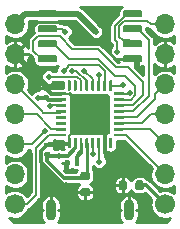
<source format=gbr>
G04 #@! TF.GenerationSoftware,KiCad,Pcbnew,5.99.0-unknown-c3175b4~86~ubuntu16.04.1*
G04 #@! TF.CreationDate,2020-03-16T03:04:42+00:00*
G04 #@! TF.ProjectId,kuiick,6b756969-636b-42e6-9b69-6361645f7063,rev?*
G04 #@! TF.SameCoordinates,Original*
G04 #@! TF.FileFunction,Copper,L2,Bot*
G04 #@! TF.FilePolarity,Positive*
%FSLAX46Y46*%
G04 Gerber Fmt 4.6, Leading zero omitted, Abs format (unit mm)*
G04 Created by KiCad (PCBNEW 5.99.0-unknown-c3175b4~86~ubuntu16.04.1) date 2020-03-16 03:04:42*
%MOMM*%
%LPD*%
G04 APERTURE LIST*
%ADD10C,1.700000*%
%ADD11O,1.700000X1.700000*%
%ADD12C,0.100000*%
%ADD13C,0.600000*%
%ADD14C,0.700000*%
%ADD15O,0.900000X1.800000*%
%ADD16C,0.400000*%
%ADD17C,0.250000*%
%ADD18C,3.450000*%
%ADD19C,0.508000*%
%ADD20C,0.150000*%
%ADD21C,0.250000*%
%ADD22C,0.127000*%
%ADD23C,0.300000*%
%ADD24C,0.500000*%
%ADD25C,0.200000*%
%ADD26C,0.254000*%
G04 APERTURE END LIST*
D10*
X156350000Y-107620000D03*
D11*
X156350000Y-105080000D03*
X156350000Y-102540000D03*
X156350000Y-100000000D03*
X156350000Y-97460000D03*
X156350000Y-94920000D03*
X156350000Y-92380000D03*
D10*
X143650000Y-107620000D03*
D11*
X143650000Y-105080000D03*
X143650000Y-102540000D03*
X143650000Y-100000000D03*
X143650000Y-97460000D03*
X143650000Y-94920000D03*
X143650000Y-92380000D03*
D12*
G36*
X147107403Y-91206418D02*
G01*
X147156066Y-91238934D01*
X147188582Y-91287597D01*
X147200000Y-91345000D01*
X147200000Y-91645000D01*
X147188582Y-91702403D01*
X147156066Y-91751066D01*
X147107403Y-91783582D01*
X147050000Y-91795000D01*
X145750000Y-91795000D01*
X145692597Y-91783582D01*
X145643934Y-91751066D01*
X145611418Y-91702403D01*
X145600000Y-91645000D01*
X145600000Y-91345000D01*
X145611418Y-91287597D01*
X145643934Y-91238934D01*
X145692597Y-91206418D01*
X145750000Y-91195000D01*
X147050000Y-91195000D01*
X147107403Y-91206418D01*
X147107403Y-91206418D01*
G37*
D13*
X146400000Y-91495000D03*
D12*
G36*
X147107403Y-92476418D02*
G01*
X147156066Y-92508934D01*
X147188582Y-92557597D01*
X147200000Y-92615000D01*
X147200000Y-92915000D01*
X147188582Y-92972403D01*
X147156066Y-93021066D01*
X147107403Y-93053582D01*
X147050000Y-93065000D01*
X145750000Y-93065000D01*
X145692597Y-93053582D01*
X145643934Y-93021066D01*
X145611418Y-92972403D01*
X145600000Y-92915000D01*
X145600000Y-92615000D01*
X145611418Y-92557597D01*
X145643934Y-92508934D01*
X145692597Y-92476418D01*
X145750000Y-92465000D01*
X147050000Y-92465000D01*
X147107403Y-92476418D01*
X147107403Y-92476418D01*
G37*
D13*
X146400000Y-92765000D03*
D12*
G36*
X147107403Y-93746418D02*
G01*
X147156066Y-93778934D01*
X147188582Y-93827597D01*
X147200000Y-93885000D01*
X147200000Y-94185000D01*
X147188582Y-94242403D01*
X147156066Y-94291066D01*
X147107403Y-94323582D01*
X147050000Y-94335000D01*
X145750000Y-94335000D01*
X145692597Y-94323582D01*
X145643934Y-94291066D01*
X145611418Y-94242403D01*
X145600000Y-94185000D01*
X145600000Y-93885000D01*
X145611418Y-93827597D01*
X145643934Y-93778934D01*
X145692597Y-93746418D01*
X145750000Y-93735000D01*
X147050000Y-93735000D01*
X147107403Y-93746418D01*
X147107403Y-93746418D01*
G37*
D13*
X146400000Y-94035000D03*
D12*
G36*
X147107403Y-95016418D02*
G01*
X147156066Y-95048934D01*
X147188582Y-95097597D01*
X147200000Y-95155000D01*
X147200000Y-95455000D01*
X147188582Y-95512403D01*
X147156066Y-95561066D01*
X147107403Y-95593582D01*
X147050000Y-95605000D01*
X145750000Y-95605000D01*
X145692597Y-95593582D01*
X145643934Y-95561066D01*
X145611418Y-95512403D01*
X145600000Y-95455000D01*
X145600000Y-95155000D01*
X145611418Y-95097597D01*
X145643934Y-95048934D01*
X145692597Y-95016418D01*
X145750000Y-95005000D01*
X147050000Y-95005000D01*
X147107403Y-95016418D01*
X147107403Y-95016418D01*
G37*
D13*
X146400000Y-95305000D03*
D12*
G36*
X154307403Y-95016418D02*
G01*
X154356066Y-95048934D01*
X154388582Y-95097597D01*
X154400000Y-95155000D01*
X154400000Y-95455000D01*
X154388582Y-95512403D01*
X154356066Y-95561066D01*
X154307403Y-95593582D01*
X154250000Y-95605000D01*
X152950000Y-95605000D01*
X152892597Y-95593582D01*
X152843934Y-95561066D01*
X152811418Y-95512403D01*
X152800000Y-95455000D01*
X152800000Y-95155000D01*
X152811418Y-95097597D01*
X152843934Y-95048934D01*
X152892597Y-95016418D01*
X152950000Y-95005000D01*
X154250000Y-95005000D01*
X154307403Y-95016418D01*
X154307403Y-95016418D01*
G37*
D13*
X153600000Y-95305000D03*
D12*
G36*
X154307403Y-93746418D02*
G01*
X154356066Y-93778934D01*
X154388582Y-93827597D01*
X154400000Y-93885000D01*
X154400000Y-94185000D01*
X154388582Y-94242403D01*
X154356066Y-94291066D01*
X154307403Y-94323582D01*
X154250000Y-94335000D01*
X152950000Y-94335000D01*
X152892597Y-94323582D01*
X152843934Y-94291066D01*
X152811418Y-94242403D01*
X152800000Y-94185000D01*
X152800000Y-93885000D01*
X152811418Y-93827597D01*
X152843934Y-93778934D01*
X152892597Y-93746418D01*
X152950000Y-93735000D01*
X154250000Y-93735000D01*
X154307403Y-93746418D01*
X154307403Y-93746418D01*
G37*
D13*
X153600000Y-94035000D03*
D12*
G36*
X154307403Y-92476418D02*
G01*
X154356066Y-92508934D01*
X154388582Y-92557597D01*
X154400000Y-92615000D01*
X154400000Y-92915000D01*
X154388582Y-92972403D01*
X154356066Y-93021066D01*
X154307403Y-93053582D01*
X154250000Y-93065000D01*
X152950000Y-93065000D01*
X152892597Y-93053582D01*
X152843934Y-93021066D01*
X152811418Y-92972403D01*
X152800000Y-92915000D01*
X152800000Y-92615000D01*
X152811418Y-92557597D01*
X152843934Y-92508934D01*
X152892597Y-92476418D01*
X152950000Y-92465000D01*
X154250000Y-92465000D01*
X154307403Y-92476418D01*
X154307403Y-92476418D01*
G37*
D13*
X153600000Y-92765000D03*
D12*
G36*
X154307403Y-91206418D02*
G01*
X154356066Y-91238934D01*
X154388582Y-91287597D01*
X154400000Y-91345000D01*
X154400000Y-91645000D01*
X154388582Y-91702403D01*
X154356066Y-91751066D01*
X154307403Y-91783582D01*
X154250000Y-91795000D01*
X152950000Y-91795000D01*
X152892597Y-91783582D01*
X152843934Y-91751066D01*
X152811418Y-91702403D01*
X152800000Y-91645000D01*
X152800000Y-91345000D01*
X152811418Y-91287597D01*
X152843934Y-91238934D01*
X152892597Y-91206418D01*
X152950000Y-91195000D01*
X154250000Y-91195000D01*
X154307403Y-91206418D01*
X154307403Y-91206418D01*
G37*
D13*
X153600000Y-91495000D03*
D12*
G36*
X149891970Y-106263321D02*
G01*
X149948744Y-106301256D01*
X149986679Y-106358030D01*
X150000000Y-106425000D01*
X150000000Y-106775000D01*
X149986679Y-106841970D01*
X149948744Y-106898744D01*
X149891970Y-106936679D01*
X149825000Y-106950000D01*
X149375000Y-106950000D01*
X149308030Y-106936679D01*
X149251256Y-106898744D01*
X149213321Y-106841970D01*
X149200000Y-106775000D01*
X149200000Y-106425000D01*
X149213321Y-106358030D01*
X149251256Y-106301256D01*
X149308030Y-106263321D01*
X149375000Y-106250000D01*
X149825000Y-106250000D01*
X149891970Y-106263321D01*
X149891970Y-106263321D01*
G37*
D14*
X149600000Y-106600000D03*
D12*
G36*
X149891970Y-104863321D02*
G01*
X149948744Y-104901256D01*
X149986679Y-104958030D01*
X150000000Y-105025000D01*
X150000000Y-105375000D01*
X149986679Y-105441970D01*
X149948744Y-105498744D01*
X149891970Y-105536679D01*
X149825000Y-105550000D01*
X149375000Y-105550000D01*
X149308030Y-105536679D01*
X149251256Y-105498744D01*
X149213321Y-105441970D01*
X149200000Y-105375000D01*
X149200000Y-105025000D01*
X149213321Y-104958030D01*
X149251256Y-104901256D01*
X149308030Y-104863321D01*
X149375000Y-104850000D01*
X149825000Y-104850000D01*
X149891970Y-104863321D01*
X149891970Y-104863321D01*
G37*
D14*
X149600000Y-105200000D03*
D15*
X153300000Y-108100000D03*
X146700000Y-108100000D03*
D12*
G36*
X149038268Y-103857612D02*
G01*
X149070711Y-103879289D01*
X149092388Y-103911732D01*
X149100000Y-103950000D01*
X149100000Y-104250000D01*
X149092388Y-104288268D01*
X149070711Y-104320711D01*
X149038268Y-104342388D01*
X149000000Y-104350000D01*
X148800000Y-104350000D01*
X148761732Y-104342388D01*
X148729289Y-104320711D01*
X148707612Y-104288268D01*
X148700000Y-104250000D01*
X148700000Y-103950000D01*
X148707612Y-103911732D01*
X148729289Y-103879289D01*
X148761732Y-103857612D01*
X148800000Y-103850000D01*
X149000000Y-103850000D01*
X149038268Y-103857612D01*
X149038268Y-103857612D01*
G37*
D16*
X148900000Y-104100000D03*
D12*
G36*
X148238268Y-103857612D02*
G01*
X148270711Y-103879289D01*
X148292388Y-103911732D01*
X148300000Y-103950000D01*
X148300000Y-104250000D01*
X148292388Y-104288268D01*
X148270711Y-104320711D01*
X148238268Y-104342388D01*
X148200000Y-104350000D01*
X148000000Y-104350000D01*
X147961732Y-104342388D01*
X147929289Y-104320711D01*
X147907612Y-104288268D01*
X147900000Y-104250000D01*
X147900000Y-103950000D01*
X147907612Y-103911732D01*
X147929289Y-103879289D01*
X147961732Y-103857612D01*
X148000000Y-103850000D01*
X148200000Y-103850000D01*
X148238268Y-103857612D01*
X148238268Y-103857612D01*
G37*
D16*
X148100000Y-104100000D03*
D12*
G36*
X146588268Y-103207612D02*
G01*
X146620711Y-103229289D01*
X146642388Y-103261732D01*
X146650000Y-103300000D01*
X146650000Y-103500000D01*
X146642388Y-103538268D01*
X146620711Y-103570711D01*
X146588268Y-103592388D01*
X146550000Y-103600000D01*
X146250000Y-103600000D01*
X146211732Y-103592388D01*
X146179289Y-103570711D01*
X146157612Y-103538268D01*
X146150000Y-103500000D01*
X146150000Y-103300000D01*
X146157612Y-103261732D01*
X146179289Y-103229289D01*
X146211732Y-103207612D01*
X146250000Y-103200000D01*
X146550000Y-103200000D01*
X146588268Y-103207612D01*
X146588268Y-103207612D01*
G37*
D16*
X146400000Y-103400000D03*
D12*
G36*
X146588268Y-102407612D02*
G01*
X146620711Y-102429289D01*
X146642388Y-102461732D01*
X146650000Y-102500000D01*
X146650000Y-102700000D01*
X146642388Y-102738268D01*
X146620711Y-102770711D01*
X146588268Y-102792388D01*
X146550000Y-102800000D01*
X146250000Y-102800000D01*
X146211732Y-102792388D01*
X146179289Y-102770711D01*
X146157612Y-102738268D01*
X146150000Y-102700000D01*
X146150000Y-102500000D01*
X146157612Y-102461732D01*
X146179289Y-102429289D01*
X146211732Y-102407612D01*
X146250000Y-102400000D01*
X146550000Y-102400000D01*
X146588268Y-102407612D01*
X146588268Y-102407612D01*
G37*
D16*
X146400000Y-102600000D03*
D12*
G36*
X146488268Y-98407612D02*
G01*
X146520711Y-98429289D01*
X146542388Y-98461732D01*
X146550000Y-98500000D01*
X146550000Y-98700000D01*
X146542388Y-98738268D01*
X146520711Y-98770711D01*
X146488268Y-98792388D01*
X146450000Y-98800000D01*
X146150000Y-98800000D01*
X146111732Y-98792388D01*
X146079289Y-98770711D01*
X146057612Y-98738268D01*
X146050000Y-98700000D01*
X146050000Y-98500000D01*
X146057612Y-98461732D01*
X146079289Y-98429289D01*
X146111732Y-98407612D01*
X146150000Y-98400000D01*
X146450000Y-98400000D01*
X146488268Y-98407612D01*
X146488268Y-98407612D01*
G37*
D16*
X146300000Y-98600000D03*
D12*
G36*
X146488268Y-97607612D02*
G01*
X146520711Y-97629289D01*
X146542388Y-97661732D01*
X146550000Y-97700000D01*
X146550000Y-97900000D01*
X146542388Y-97938268D01*
X146520711Y-97970711D01*
X146488268Y-97992388D01*
X146450000Y-98000000D01*
X146150000Y-98000000D01*
X146111732Y-97992388D01*
X146079289Y-97970711D01*
X146057612Y-97938268D01*
X146050000Y-97900000D01*
X146050000Y-97700000D01*
X146057612Y-97661732D01*
X146079289Y-97629289D01*
X146111732Y-97607612D01*
X146150000Y-97600000D01*
X146450000Y-97600000D01*
X146488268Y-97607612D01*
X146488268Y-97607612D01*
G37*
D16*
X146300000Y-97800000D03*
D12*
G36*
X153041970Y-105613321D02*
G01*
X153098744Y-105651256D01*
X153136679Y-105708030D01*
X153150000Y-105775000D01*
X153150000Y-106225000D01*
X153136679Y-106291970D01*
X153098744Y-106348744D01*
X153041970Y-106386679D01*
X152975000Y-106400000D01*
X152625000Y-106400000D01*
X152558030Y-106386679D01*
X152501256Y-106348744D01*
X152463321Y-106291970D01*
X152450000Y-106225000D01*
X152450000Y-105775000D01*
X152463321Y-105708030D01*
X152501256Y-105651256D01*
X152558030Y-105613321D01*
X152625000Y-105600000D01*
X152975000Y-105600000D01*
X153041970Y-105613321D01*
X153041970Y-105613321D01*
G37*
D14*
X152800000Y-106000000D03*
D12*
G36*
X154441970Y-105613321D02*
G01*
X154498744Y-105651256D01*
X154536679Y-105708030D01*
X154550000Y-105775000D01*
X154550000Y-106225000D01*
X154536679Y-106291970D01*
X154498744Y-106348744D01*
X154441970Y-106386679D01*
X154375000Y-106400000D01*
X154025000Y-106400000D01*
X153958030Y-106386679D01*
X153901256Y-106348744D01*
X153863321Y-106291970D01*
X153850000Y-106225000D01*
X153850000Y-105775000D01*
X153863321Y-105708030D01*
X153901256Y-105651256D01*
X153958030Y-105613321D01*
X154025000Y-105600000D01*
X154375000Y-105600000D01*
X154441970Y-105613321D01*
X154441970Y-105613321D01*
G37*
D14*
X154200000Y-106000000D03*
D12*
G36*
X152836418Y-101629758D02*
G01*
X152856694Y-101643306D01*
X152870242Y-101663582D01*
X152875000Y-101687500D01*
X152875000Y-101812500D01*
X152870242Y-101836418D01*
X152856694Y-101856694D01*
X152836418Y-101870242D01*
X152812500Y-101875000D01*
X152062500Y-101875000D01*
X152038582Y-101870242D01*
X152018306Y-101856694D01*
X152004758Y-101836418D01*
X152000000Y-101812500D01*
X152000000Y-101687500D01*
X152004758Y-101663582D01*
X152018306Y-101643306D01*
X152038582Y-101629758D01*
X152062500Y-101625000D01*
X152812500Y-101625000D01*
X152836418Y-101629758D01*
X152836418Y-101629758D01*
G37*
D17*
X152437500Y-101750000D03*
D12*
G36*
X152836418Y-101129758D02*
G01*
X152856694Y-101143306D01*
X152870242Y-101163582D01*
X152875000Y-101187500D01*
X152875000Y-101312500D01*
X152870242Y-101336418D01*
X152856694Y-101356694D01*
X152836418Y-101370242D01*
X152812500Y-101375000D01*
X152062500Y-101375000D01*
X152038582Y-101370242D01*
X152018306Y-101356694D01*
X152004758Y-101336418D01*
X152000000Y-101312500D01*
X152000000Y-101187500D01*
X152004758Y-101163582D01*
X152018306Y-101143306D01*
X152038582Y-101129758D01*
X152062500Y-101125000D01*
X152812500Y-101125000D01*
X152836418Y-101129758D01*
X152836418Y-101129758D01*
G37*
D17*
X152437500Y-101250000D03*
D12*
G36*
X152836418Y-100629758D02*
G01*
X152856694Y-100643306D01*
X152870242Y-100663582D01*
X152875000Y-100687500D01*
X152875000Y-100812500D01*
X152870242Y-100836418D01*
X152856694Y-100856694D01*
X152836418Y-100870242D01*
X152812500Y-100875000D01*
X152062500Y-100875000D01*
X152038582Y-100870242D01*
X152018306Y-100856694D01*
X152004758Y-100836418D01*
X152000000Y-100812500D01*
X152000000Y-100687500D01*
X152004758Y-100663582D01*
X152018306Y-100643306D01*
X152038582Y-100629758D01*
X152062500Y-100625000D01*
X152812500Y-100625000D01*
X152836418Y-100629758D01*
X152836418Y-100629758D01*
G37*
D17*
X152437500Y-100750000D03*
D12*
G36*
X152836418Y-100129758D02*
G01*
X152856694Y-100143306D01*
X152870242Y-100163582D01*
X152875000Y-100187500D01*
X152875000Y-100312500D01*
X152870242Y-100336418D01*
X152856694Y-100356694D01*
X152836418Y-100370242D01*
X152812500Y-100375000D01*
X152062500Y-100375000D01*
X152038582Y-100370242D01*
X152018306Y-100356694D01*
X152004758Y-100336418D01*
X152000000Y-100312500D01*
X152000000Y-100187500D01*
X152004758Y-100163582D01*
X152018306Y-100143306D01*
X152038582Y-100129758D01*
X152062500Y-100125000D01*
X152812500Y-100125000D01*
X152836418Y-100129758D01*
X152836418Y-100129758D01*
G37*
D17*
X152437500Y-100250000D03*
D12*
G36*
X152836418Y-99629758D02*
G01*
X152856694Y-99643306D01*
X152870242Y-99663582D01*
X152875000Y-99687500D01*
X152875000Y-99812500D01*
X152870242Y-99836418D01*
X152856694Y-99856694D01*
X152836418Y-99870242D01*
X152812500Y-99875000D01*
X152062500Y-99875000D01*
X152038582Y-99870242D01*
X152018306Y-99856694D01*
X152004758Y-99836418D01*
X152000000Y-99812500D01*
X152000000Y-99687500D01*
X152004758Y-99663582D01*
X152018306Y-99643306D01*
X152038582Y-99629758D01*
X152062500Y-99625000D01*
X152812500Y-99625000D01*
X152836418Y-99629758D01*
X152836418Y-99629758D01*
G37*
D17*
X152437500Y-99750000D03*
D12*
G36*
X152836418Y-99129758D02*
G01*
X152856694Y-99143306D01*
X152870242Y-99163582D01*
X152875000Y-99187500D01*
X152875000Y-99312500D01*
X152870242Y-99336418D01*
X152856694Y-99356694D01*
X152836418Y-99370242D01*
X152812500Y-99375000D01*
X152062500Y-99375000D01*
X152038582Y-99370242D01*
X152018306Y-99356694D01*
X152004758Y-99336418D01*
X152000000Y-99312500D01*
X152000000Y-99187500D01*
X152004758Y-99163582D01*
X152018306Y-99143306D01*
X152038582Y-99129758D01*
X152062500Y-99125000D01*
X152812500Y-99125000D01*
X152836418Y-99129758D01*
X152836418Y-99129758D01*
G37*
D17*
X152437500Y-99250000D03*
D12*
G36*
X152836418Y-98629758D02*
G01*
X152856694Y-98643306D01*
X152870242Y-98663582D01*
X152875000Y-98687500D01*
X152875000Y-98812500D01*
X152870242Y-98836418D01*
X152856694Y-98856694D01*
X152836418Y-98870242D01*
X152812500Y-98875000D01*
X152062500Y-98875000D01*
X152038582Y-98870242D01*
X152018306Y-98856694D01*
X152004758Y-98836418D01*
X152000000Y-98812500D01*
X152000000Y-98687500D01*
X152004758Y-98663582D01*
X152018306Y-98643306D01*
X152038582Y-98629758D01*
X152062500Y-98625000D01*
X152812500Y-98625000D01*
X152836418Y-98629758D01*
X152836418Y-98629758D01*
G37*
D17*
X152437500Y-98750000D03*
D12*
G36*
X152836418Y-98129758D02*
G01*
X152856694Y-98143306D01*
X152870242Y-98163582D01*
X152875000Y-98187500D01*
X152875000Y-98312500D01*
X152870242Y-98336418D01*
X152856694Y-98356694D01*
X152836418Y-98370242D01*
X152812500Y-98375000D01*
X152062500Y-98375000D01*
X152038582Y-98370242D01*
X152018306Y-98356694D01*
X152004758Y-98336418D01*
X152000000Y-98312500D01*
X152000000Y-98187500D01*
X152004758Y-98163582D01*
X152018306Y-98143306D01*
X152038582Y-98129758D01*
X152062500Y-98125000D01*
X152812500Y-98125000D01*
X152836418Y-98129758D01*
X152836418Y-98129758D01*
G37*
D17*
X152437500Y-98250000D03*
D12*
G36*
X151836418Y-97129758D02*
G01*
X151856694Y-97143306D01*
X151870242Y-97163582D01*
X151875000Y-97187500D01*
X151875000Y-97937500D01*
X151870242Y-97961418D01*
X151856694Y-97981694D01*
X151836418Y-97995242D01*
X151812500Y-98000000D01*
X151687500Y-98000000D01*
X151663582Y-97995242D01*
X151643306Y-97981694D01*
X151629758Y-97961418D01*
X151625000Y-97937500D01*
X151625000Y-97187500D01*
X151629758Y-97163582D01*
X151643306Y-97143306D01*
X151663582Y-97129758D01*
X151687500Y-97125000D01*
X151812500Y-97125000D01*
X151836418Y-97129758D01*
X151836418Y-97129758D01*
G37*
D17*
X151750000Y-97562500D03*
D12*
G36*
X151336418Y-97129758D02*
G01*
X151356694Y-97143306D01*
X151370242Y-97163582D01*
X151375000Y-97187500D01*
X151375000Y-97937500D01*
X151370242Y-97961418D01*
X151356694Y-97981694D01*
X151336418Y-97995242D01*
X151312500Y-98000000D01*
X151187500Y-98000000D01*
X151163582Y-97995242D01*
X151143306Y-97981694D01*
X151129758Y-97961418D01*
X151125000Y-97937500D01*
X151125000Y-97187500D01*
X151129758Y-97163582D01*
X151143306Y-97143306D01*
X151163582Y-97129758D01*
X151187500Y-97125000D01*
X151312500Y-97125000D01*
X151336418Y-97129758D01*
X151336418Y-97129758D01*
G37*
D17*
X151250000Y-97562500D03*
D12*
G36*
X150836418Y-97129758D02*
G01*
X150856694Y-97143306D01*
X150870242Y-97163582D01*
X150875000Y-97187500D01*
X150875000Y-97937500D01*
X150870242Y-97961418D01*
X150856694Y-97981694D01*
X150836418Y-97995242D01*
X150812500Y-98000000D01*
X150687500Y-98000000D01*
X150663582Y-97995242D01*
X150643306Y-97981694D01*
X150629758Y-97961418D01*
X150625000Y-97937500D01*
X150625000Y-97187500D01*
X150629758Y-97163582D01*
X150643306Y-97143306D01*
X150663582Y-97129758D01*
X150687500Y-97125000D01*
X150812500Y-97125000D01*
X150836418Y-97129758D01*
X150836418Y-97129758D01*
G37*
D17*
X150750000Y-97562500D03*
D12*
G36*
X150336418Y-97129758D02*
G01*
X150356694Y-97143306D01*
X150370242Y-97163582D01*
X150375000Y-97187500D01*
X150375000Y-97937500D01*
X150370242Y-97961418D01*
X150356694Y-97981694D01*
X150336418Y-97995242D01*
X150312500Y-98000000D01*
X150187500Y-98000000D01*
X150163582Y-97995242D01*
X150143306Y-97981694D01*
X150129758Y-97961418D01*
X150125000Y-97937500D01*
X150125000Y-97187500D01*
X150129758Y-97163582D01*
X150143306Y-97143306D01*
X150163582Y-97129758D01*
X150187500Y-97125000D01*
X150312500Y-97125000D01*
X150336418Y-97129758D01*
X150336418Y-97129758D01*
G37*
D17*
X150250000Y-97562500D03*
D12*
G36*
X149836418Y-97129758D02*
G01*
X149856694Y-97143306D01*
X149870242Y-97163582D01*
X149875000Y-97187500D01*
X149875000Y-97937500D01*
X149870242Y-97961418D01*
X149856694Y-97981694D01*
X149836418Y-97995242D01*
X149812500Y-98000000D01*
X149687500Y-98000000D01*
X149663582Y-97995242D01*
X149643306Y-97981694D01*
X149629758Y-97961418D01*
X149625000Y-97937500D01*
X149625000Y-97187500D01*
X149629758Y-97163582D01*
X149643306Y-97143306D01*
X149663582Y-97129758D01*
X149687500Y-97125000D01*
X149812500Y-97125000D01*
X149836418Y-97129758D01*
X149836418Y-97129758D01*
G37*
D17*
X149750000Y-97562500D03*
D12*
G36*
X149336418Y-97129758D02*
G01*
X149356694Y-97143306D01*
X149370242Y-97163582D01*
X149375000Y-97187500D01*
X149375000Y-97937500D01*
X149370242Y-97961418D01*
X149356694Y-97981694D01*
X149336418Y-97995242D01*
X149312500Y-98000000D01*
X149187500Y-98000000D01*
X149163582Y-97995242D01*
X149143306Y-97981694D01*
X149129758Y-97961418D01*
X149125000Y-97937500D01*
X149125000Y-97187500D01*
X149129758Y-97163582D01*
X149143306Y-97143306D01*
X149163582Y-97129758D01*
X149187500Y-97125000D01*
X149312500Y-97125000D01*
X149336418Y-97129758D01*
X149336418Y-97129758D01*
G37*
D17*
X149250000Y-97562500D03*
D12*
G36*
X148836418Y-97129758D02*
G01*
X148856694Y-97143306D01*
X148870242Y-97163582D01*
X148875000Y-97187500D01*
X148875000Y-97937500D01*
X148870242Y-97961418D01*
X148856694Y-97981694D01*
X148836418Y-97995242D01*
X148812500Y-98000000D01*
X148687500Y-98000000D01*
X148663582Y-97995242D01*
X148643306Y-97981694D01*
X148629758Y-97961418D01*
X148625000Y-97937500D01*
X148625000Y-97187500D01*
X148629758Y-97163582D01*
X148643306Y-97143306D01*
X148663582Y-97129758D01*
X148687500Y-97125000D01*
X148812500Y-97125000D01*
X148836418Y-97129758D01*
X148836418Y-97129758D01*
G37*
D17*
X148750000Y-97562500D03*
D12*
G36*
X148336418Y-97129758D02*
G01*
X148356694Y-97143306D01*
X148370242Y-97163582D01*
X148375000Y-97187500D01*
X148375000Y-97937500D01*
X148370242Y-97961418D01*
X148356694Y-97981694D01*
X148336418Y-97995242D01*
X148312500Y-98000000D01*
X148187500Y-98000000D01*
X148163582Y-97995242D01*
X148143306Y-97981694D01*
X148129758Y-97961418D01*
X148125000Y-97937500D01*
X148125000Y-97187500D01*
X148129758Y-97163582D01*
X148143306Y-97143306D01*
X148163582Y-97129758D01*
X148187500Y-97125000D01*
X148312500Y-97125000D01*
X148336418Y-97129758D01*
X148336418Y-97129758D01*
G37*
D17*
X148250000Y-97562500D03*
D12*
G36*
X147961418Y-98129758D02*
G01*
X147981694Y-98143306D01*
X147995242Y-98163582D01*
X148000000Y-98187500D01*
X148000000Y-98312500D01*
X147995242Y-98336418D01*
X147981694Y-98356694D01*
X147961418Y-98370242D01*
X147937500Y-98375000D01*
X147187500Y-98375000D01*
X147163582Y-98370242D01*
X147143306Y-98356694D01*
X147129758Y-98336418D01*
X147125000Y-98312500D01*
X147125000Y-98187500D01*
X147129758Y-98163582D01*
X147143306Y-98143306D01*
X147163582Y-98129758D01*
X147187500Y-98125000D01*
X147937500Y-98125000D01*
X147961418Y-98129758D01*
X147961418Y-98129758D01*
G37*
D17*
X147562500Y-98250000D03*
D12*
G36*
X147961418Y-98629758D02*
G01*
X147981694Y-98643306D01*
X147995242Y-98663582D01*
X148000000Y-98687500D01*
X148000000Y-98812500D01*
X147995242Y-98836418D01*
X147981694Y-98856694D01*
X147961418Y-98870242D01*
X147937500Y-98875000D01*
X147187500Y-98875000D01*
X147163582Y-98870242D01*
X147143306Y-98856694D01*
X147129758Y-98836418D01*
X147125000Y-98812500D01*
X147125000Y-98687500D01*
X147129758Y-98663582D01*
X147143306Y-98643306D01*
X147163582Y-98629758D01*
X147187500Y-98625000D01*
X147937500Y-98625000D01*
X147961418Y-98629758D01*
X147961418Y-98629758D01*
G37*
D17*
X147562500Y-98750000D03*
D12*
G36*
X147961418Y-99129758D02*
G01*
X147981694Y-99143306D01*
X147995242Y-99163582D01*
X148000000Y-99187500D01*
X148000000Y-99312500D01*
X147995242Y-99336418D01*
X147981694Y-99356694D01*
X147961418Y-99370242D01*
X147937500Y-99375000D01*
X147187500Y-99375000D01*
X147163582Y-99370242D01*
X147143306Y-99356694D01*
X147129758Y-99336418D01*
X147125000Y-99312500D01*
X147125000Y-99187500D01*
X147129758Y-99163582D01*
X147143306Y-99143306D01*
X147163582Y-99129758D01*
X147187500Y-99125000D01*
X147937500Y-99125000D01*
X147961418Y-99129758D01*
X147961418Y-99129758D01*
G37*
D17*
X147562500Y-99250000D03*
D12*
G36*
X147961418Y-99629758D02*
G01*
X147981694Y-99643306D01*
X147995242Y-99663582D01*
X148000000Y-99687500D01*
X148000000Y-99812500D01*
X147995242Y-99836418D01*
X147981694Y-99856694D01*
X147961418Y-99870242D01*
X147937500Y-99875000D01*
X147187500Y-99875000D01*
X147163582Y-99870242D01*
X147143306Y-99856694D01*
X147129758Y-99836418D01*
X147125000Y-99812500D01*
X147125000Y-99687500D01*
X147129758Y-99663582D01*
X147143306Y-99643306D01*
X147163582Y-99629758D01*
X147187500Y-99625000D01*
X147937500Y-99625000D01*
X147961418Y-99629758D01*
X147961418Y-99629758D01*
G37*
D17*
X147562500Y-99750000D03*
D12*
G36*
X147961418Y-100129758D02*
G01*
X147981694Y-100143306D01*
X147995242Y-100163582D01*
X148000000Y-100187500D01*
X148000000Y-100312500D01*
X147995242Y-100336418D01*
X147981694Y-100356694D01*
X147961418Y-100370242D01*
X147937500Y-100375000D01*
X147187500Y-100375000D01*
X147163582Y-100370242D01*
X147143306Y-100356694D01*
X147129758Y-100336418D01*
X147125000Y-100312500D01*
X147125000Y-100187500D01*
X147129758Y-100163582D01*
X147143306Y-100143306D01*
X147163582Y-100129758D01*
X147187500Y-100125000D01*
X147937500Y-100125000D01*
X147961418Y-100129758D01*
X147961418Y-100129758D01*
G37*
D17*
X147562500Y-100250000D03*
D12*
G36*
X147961418Y-100629758D02*
G01*
X147981694Y-100643306D01*
X147995242Y-100663582D01*
X148000000Y-100687500D01*
X148000000Y-100812500D01*
X147995242Y-100836418D01*
X147981694Y-100856694D01*
X147961418Y-100870242D01*
X147937500Y-100875000D01*
X147187500Y-100875000D01*
X147163582Y-100870242D01*
X147143306Y-100856694D01*
X147129758Y-100836418D01*
X147125000Y-100812500D01*
X147125000Y-100687500D01*
X147129758Y-100663582D01*
X147143306Y-100643306D01*
X147163582Y-100629758D01*
X147187500Y-100625000D01*
X147937500Y-100625000D01*
X147961418Y-100629758D01*
X147961418Y-100629758D01*
G37*
D17*
X147562500Y-100750000D03*
D12*
G36*
X147961418Y-101129758D02*
G01*
X147981694Y-101143306D01*
X147995242Y-101163582D01*
X148000000Y-101187500D01*
X148000000Y-101312500D01*
X147995242Y-101336418D01*
X147981694Y-101356694D01*
X147961418Y-101370242D01*
X147937500Y-101375000D01*
X147187500Y-101375000D01*
X147163582Y-101370242D01*
X147143306Y-101356694D01*
X147129758Y-101336418D01*
X147125000Y-101312500D01*
X147125000Y-101187500D01*
X147129758Y-101163582D01*
X147143306Y-101143306D01*
X147163582Y-101129758D01*
X147187500Y-101125000D01*
X147937500Y-101125000D01*
X147961418Y-101129758D01*
X147961418Y-101129758D01*
G37*
D17*
X147562500Y-101250000D03*
D12*
G36*
X147961418Y-101629758D02*
G01*
X147981694Y-101643306D01*
X147995242Y-101663582D01*
X148000000Y-101687500D01*
X148000000Y-101812500D01*
X147995242Y-101836418D01*
X147981694Y-101856694D01*
X147961418Y-101870242D01*
X147937500Y-101875000D01*
X147187500Y-101875000D01*
X147163582Y-101870242D01*
X147143306Y-101856694D01*
X147129758Y-101836418D01*
X147125000Y-101812500D01*
X147125000Y-101687500D01*
X147129758Y-101663582D01*
X147143306Y-101643306D01*
X147163582Y-101629758D01*
X147187500Y-101625000D01*
X147937500Y-101625000D01*
X147961418Y-101629758D01*
X147961418Y-101629758D01*
G37*
D17*
X147562500Y-101750000D03*
D12*
G36*
X148336418Y-102004758D02*
G01*
X148356694Y-102018306D01*
X148370242Y-102038582D01*
X148375000Y-102062500D01*
X148375000Y-102812500D01*
X148370242Y-102836418D01*
X148356694Y-102856694D01*
X148336418Y-102870242D01*
X148312500Y-102875000D01*
X148187500Y-102875000D01*
X148163582Y-102870242D01*
X148143306Y-102856694D01*
X148129758Y-102836418D01*
X148125000Y-102812500D01*
X148125000Y-102062500D01*
X148129758Y-102038582D01*
X148143306Y-102018306D01*
X148163582Y-102004758D01*
X148187500Y-102000000D01*
X148312500Y-102000000D01*
X148336418Y-102004758D01*
X148336418Y-102004758D01*
G37*
D17*
X148250000Y-102437500D03*
D12*
G36*
X148836418Y-102004758D02*
G01*
X148856694Y-102018306D01*
X148870242Y-102038582D01*
X148875000Y-102062500D01*
X148875000Y-102812500D01*
X148870242Y-102836418D01*
X148856694Y-102856694D01*
X148836418Y-102870242D01*
X148812500Y-102875000D01*
X148687500Y-102875000D01*
X148663582Y-102870242D01*
X148643306Y-102856694D01*
X148629758Y-102836418D01*
X148625000Y-102812500D01*
X148625000Y-102062500D01*
X148629758Y-102038582D01*
X148643306Y-102018306D01*
X148663582Y-102004758D01*
X148687500Y-102000000D01*
X148812500Y-102000000D01*
X148836418Y-102004758D01*
X148836418Y-102004758D01*
G37*
D17*
X148750000Y-102437500D03*
D12*
G36*
X149336418Y-102004758D02*
G01*
X149356694Y-102018306D01*
X149370242Y-102038582D01*
X149375000Y-102062500D01*
X149375000Y-102812500D01*
X149370242Y-102836418D01*
X149356694Y-102856694D01*
X149336418Y-102870242D01*
X149312500Y-102875000D01*
X149187500Y-102875000D01*
X149163582Y-102870242D01*
X149143306Y-102856694D01*
X149129758Y-102836418D01*
X149125000Y-102812500D01*
X149125000Y-102062500D01*
X149129758Y-102038582D01*
X149143306Y-102018306D01*
X149163582Y-102004758D01*
X149187500Y-102000000D01*
X149312500Y-102000000D01*
X149336418Y-102004758D01*
X149336418Y-102004758D01*
G37*
D17*
X149250000Y-102437500D03*
D12*
G36*
X149836418Y-102004758D02*
G01*
X149856694Y-102018306D01*
X149870242Y-102038582D01*
X149875000Y-102062500D01*
X149875000Y-102812500D01*
X149870242Y-102836418D01*
X149856694Y-102856694D01*
X149836418Y-102870242D01*
X149812500Y-102875000D01*
X149687500Y-102875000D01*
X149663582Y-102870242D01*
X149643306Y-102856694D01*
X149629758Y-102836418D01*
X149625000Y-102812500D01*
X149625000Y-102062500D01*
X149629758Y-102038582D01*
X149643306Y-102018306D01*
X149663582Y-102004758D01*
X149687500Y-102000000D01*
X149812500Y-102000000D01*
X149836418Y-102004758D01*
X149836418Y-102004758D01*
G37*
D17*
X149750000Y-102437500D03*
D12*
G36*
X150336418Y-102004758D02*
G01*
X150356694Y-102018306D01*
X150370242Y-102038582D01*
X150375000Y-102062500D01*
X150375000Y-102812500D01*
X150370242Y-102836418D01*
X150356694Y-102856694D01*
X150336418Y-102870242D01*
X150312500Y-102875000D01*
X150187500Y-102875000D01*
X150163582Y-102870242D01*
X150143306Y-102856694D01*
X150129758Y-102836418D01*
X150125000Y-102812500D01*
X150125000Y-102062500D01*
X150129758Y-102038582D01*
X150143306Y-102018306D01*
X150163582Y-102004758D01*
X150187500Y-102000000D01*
X150312500Y-102000000D01*
X150336418Y-102004758D01*
X150336418Y-102004758D01*
G37*
D17*
X150250000Y-102437500D03*
D12*
G36*
X150836418Y-102004758D02*
G01*
X150856694Y-102018306D01*
X150870242Y-102038582D01*
X150875000Y-102062500D01*
X150875000Y-102812500D01*
X150870242Y-102836418D01*
X150856694Y-102856694D01*
X150836418Y-102870242D01*
X150812500Y-102875000D01*
X150687500Y-102875000D01*
X150663582Y-102870242D01*
X150643306Y-102856694D01*
X150629758Y-102836418D01*
X150625000Y-102812500D01*
X150625000Y-102062500D01*
X150629758Y-102038582D01*
X150643306Y-102018306D01*
X150663582Y-102004758D01*
X150687500Y-102000000D01*
X150812500Y-102000000D01*
X150836418Y-102004758D01*
X150836418Y-102004758D01*
G37*
D17*
X150750000Y-102437500D03*
D12*
G36*
X151336418Y-102004758D02*
G01*
X151356694Y-102018306D01*
X151370242Y-102038582D01*
X151375000Y-102062500D01*
X151375000Y-102812500D01*
X151370242Y-102836418D01*
X151356694Y-102856694D01*
X151336418Y-102870242D01*
X151312500Y-102875000D01*
X151187500Y-102875000D01*
X151163582Y-102870242D01*
X151143306Y-102856694D01*
X151129758Y-102836418D01*
X151125000Y-102812500D01*
X151125000Y-102062500D01*
X151129758Y-102038582D01*
X151143306Y-102018306D01*
X151163582Y-102004758D01*
X151187500Y-102000000D01*
X151312500Y-102000000D01*
X151336418Y-102004758D01*
X151336418Y-102004758D01*
G37*
D17*
X151250000Y-102437500D03*
D12*
G36*
X151836418Y-102004758D02*
G01*
X151856694Y-102018306D01*
X151870242Y-102038582D01*
X151875000Y-102062500D01*
X151875000Y-102812500D01*
X151870242Y-102836418D01*
X151856694Y-102856694D01*
X151836418Y-102870242D01*
X151812500Y-102875000D01*
X151687500Y-102875000D01*
X151663582Y-102870242D01*
X151643306Y-102856694D01*
X151629758Y-102836418D01*
X151625000Y-102812500D01*
X151625000Y-102062500D01*
X151629758Y-102038582D01*
X151643306Y-102018306D01*
X151663582Y-102004758D01*
X151687500Y-102000000D01*
X151812500Y-102000000D01*
X151836418Y-102004758D01*
X151836418Y-102004758D01*
G37*
D17*
X151750000Y-102437500D03*
D12*
G36*
X151570671Y-98294030D02*
G01*
X151651777Y-98348223D01*
X151705970Y-98429329D01*
X151725000Y-98525000D01*
X151725000Y-101475000D01*
X151705970Y-101570671D01*
X151651777Y-101651777D01*
X151570671Y-101705970D01*
X151475000Y-101725000D01*
X148525000Y-101725000D01*
X148429329Y-101705970D01*
X148348223Y-101651777D01*
X148294030Y-101570671D01*
X148275000Y-101475000D01*
X148275000Y-98525000D01*
X148294030Y-98429329D01*
X148348223Y-98348223D01*
X148429329Y-98294030D01*
X148525000Y-98275000D01*
X151475000Y-98275000D01*
X151570671Y-98294030D01*
X151570671Y-98294030D01*
G37*
D18*
X150000000Y-100000000D03*
D19*
X147900000Y-93000000D03*
X149200000Y-103300000D03*
X148000000Y-104800000D03*
X152000000Y-105400000D03*
X145600000Y-98600000D03*
X149500000Y-96300000D03*
X148500000Y-96300000D03*
X147400000Y-102500000D03*
X148000000Y-106000000D03*
X147300000Y-97600000D03*
X152800000Y-97500000D03*
X153354991Y-98181627D03*
X150795990Y-96700000D03*
X154000000Y-96100000D03*
X146645009Y-99300000D03*
X147400000Y-103500000D03*
X150800000Y-104000000D03*
X150300000Y-103400000D03*
X150800000Y-98600000D03*
X152600000Y-102600000D03*
X150500000Y-93000000D03*
X151500000Y-94000000D03*
X152300000Y-94700000D03*
X146500000Y-96800000D03*
X147800000Y-96300000D03*
X146229010Y-101381808D03*
X144900000Y-104500000D03*
X144900000Y-103400000D03*
X144900000Y-106600000D03*
X146700000Y-106800000D03*
D20*
X147428076Y-93400000D02*
X145600000Y-93400000D01*
X145600000Y-93400000D02*
X145200000Y-93800000D01*
X152200000Y-96000000D02*
X150700000Y-94500000D01*
X148528076Y-94500000D02*
X147428076Y-93400000D01*
X152437500Y-99250000D02*
X153650000Y-99250000D01*
X150700000Y-94500000D02*
X148528076Y-94500000D01*
X153650000Y-99250000D02*
X154500000Y-98400000D01*
X154500000Y-98400000D02*
X154500000Y-97271922D01*
X153228078Y-96000000D02*
X152200000Y-96000000D01*
X154500000Y-97271922D02*
X153228078Y-96000000D01*
X145200000Y-93800000D02*
X145200000Y-94600000D01*
X145200000Y-94600000D02*
X145905000Y-95305000D01*
X145905000Y-95305000D02*
X146400000Y-95305000D01*
D21*
X148200000Y-92200000D02*
X150000000Y-94000000D01*
X145500000Y-92200000D02*
X148200000Y-92200000D01*
X144900000Y-92800000D02*
X145500000Y-92200000D01*
X144900000Y-93200000D02*
X144900000Y-92800000D01*
X150000000Y-94000000D02*
X151140790Y-94000000D01*
X151140790Y-94000000D02*
X151500000Y-94000000D01*
D20*
X153809001Y-97590999D02*
X153009000Y-96790998D01*
X153455322Y-98750000D02*
X153809001Y-98396321D01*
X153809001Y-98396321D02*
X153809001Y-97590999D01*
X152437500Y-98750000D02*
X153455322Y-98750000D01*
X152090998Y-96790998D02*
X150650000Y-95350000D01*
X146935000Y-94035000D02*
X146400000Y-94035000D01*
X153009000Y-96790998D02*
X152090998Y-96790998D01*
X150650000Y-95350000D02*
X148250000Y-95350000D01*
X148250000Y-95350000D02*
X146935000Y-94035000D01*
D21*
X143650000Y-94920000D02*
X144685000Y-93885000D01*
D20*
X144685000Y-93885000D02*
X144685000Y-93415000D01*
X144685000Y-93415000D02*
X144900000Y-93200000D01*
X147665000Y-92765000D02*
X147900000Y-93000000D01*
X146400000Y-92765000D02*
X147665000Y-92765000D01*
X152100000Y-93700000D02*
X152300000Y-93900000D01*
X152300000Y-93900000D02*
X152300000Y-94340790D01*
X152100000Y-92500000D02*
X152100000Y-93700000D01*
X153105000Y-91495000D02*
X152100000Y-92500000D01*
X153600000Y-91495000D02*
X153105000Y-91495000D01*
X152300000Y-94340790D02*
X152300000Y-94700000D01*
X152888924Y-92100000D02*
X154867919Y-92100000D01*
X153600000Y-94035000D02*
X153300000Y-93735000D01*
X153300000Y-93735000D02*
X152785000Y-93735000D01*
X152785000Y-93735000D02*
X152500000Y-93450000D01*
X154867919Y-92100000D02*
X155147919Y-92380000D01*
X155147919Y-92380000D02*
X156350000Y-92380000D01*
X152500000Y-92488924D02*
X152888924Y-92100000D01*
X152500000Y-93450000D02*
X152500000Y-92488924D01*
D22*
X149250000Y-97562500D02*
X149250000Y-97450000D01*
X148859210Y-96300000D02*
X148500000Y-96300000D01*
X149750000Y-97190790D02*
X148859210Y-96300000D01*
X149750000Y-97562500D02*
X149750000Y-97190790D01*
X155060000Y-101250000D02*
X156350000Y-102540000D01*
X152437500Y-101250000D02*
X155060000Y-101250000D01*
X153020000Y-101750000D02*
X156350000Y-105080000D01*
X152437500Y-101750000D02*
X153020000Y-101750000D01*
D23*
X148125000Y-103500000D02*
X148750000Y-102875000D01*
D21*
X148750000Y-102875000D02*
X148750000Y-102437500D01*
D23*
X149250000Y-103250000D02*
X149200000Y-103300000D01*
D21*
X149250000Y-102437500D02*
X149250000Y-103250000D01*
D23*
X148900000Y-103600000D02*
X149200000Y-103300000D01*
X148900000Y-104100000D02*
X148900000Y-103600000D01*
X148000000Y-104200000D02*
X148100000Y-104100000D01*
X148000000Y-104400000D02*
X148000000Y-104200000D01*
X148000000Y-104900000D02*
X148000000Y-104400000D01*
X156350000Y-107620000D02*
X156220000Y-107620000D01*
X154730000Y-106000000D02*
X156350000Y-107620000D01*
X154200000Y-106000000D02*
X154730000Y-106000000D01*
X148187500Y-102500000D02*
X148250000Y-102437500D01*
X147400000Y-102500000D02*
X148187500Y-102500000D01*
X150000000Y-100000000D02*
X149900000Y-100000000D01*
X151250000Y-101250000D02*
X151250000Y-102437500D01*
X150000000Y-100000000D02*
X151250000Y-101250000D01*
X152000000Y-105400000D02*
X152000000Y-104000000D01*
X151250000Y-103250000D02*
X151250000Y-102437500D01*
X152000000Y-104000000D02*
X151250000Y-103250000D01*
X148000000Y-106000000D02*
X149000000Y-106000000D01*
X150900000Y-105400000D02*
X152000000Y-105400000D01*
X149600000Y-106600000D02*
X149700000Y-106600000D01*
X146450000Y-98750000D02*
X146300000Y-98600000D01*
X147562500Y-98750000D02*
X146450000Y-98750000D01*
X145500000Y-98600000D02*
X146300000Y-98600000D01*
X146750000Y-98250000D02*
X146300000Y-97800000D01*
X147562500Y-98250000D02*
X146750000Y-98250000D01*
X146300000Y-97570000D02*
X146300000Y-97800000D01*
D24*
X144535000Y-91495000D02*
X143650000Y-92380000D01*
X146400000Y-91495000D02*
X144535000Y-91495000D01*
D23*
X148300000Y-98300000D02*
X150000000Y-100000000D01*
D20*
X154165000Y-92765000D02*
X153600000Y-92765000D01*
X151750000Y-97562500D02*
X152737500Y-97562500D01*
X152737500Y-97562500D02*
X152800000Y-97500000D01*
D22*
X150250000Y-97050000D02*
X150250000Y-97562500D01*
X149500000Y-96300000D02*
X150250000Y-97050000D01*
D20*
X152437500Y-98250000D02*
X153286618Y-98250000D01*
X153286618Y-98250000D02*
X153354991Y-98181627D01*
X151250000Y-96350000D02*
X151084382Y-96184382D01*
X151250000Y-97562500D02*
X151250000Y-96350000D01*
X151084382Y-96184382D02*
X151084382Y-96173304D01*
X150757077Y-95845999D02*
X150245999Y-95845999D01*
X151084382Y-96173304D02*
X150757077Y-95845999D01*
X150645999Y-95845999D02*
X150245999Y-95845999D01*
X150750000Y-97562500D02*
X150750000Y-96745990D01*
X150750000Y-96745990D02*
X150795990Y-96700000D01*
X155000000Y-94146998D02*
X154990999Y-94155999D01*
X153600000Y-92765000D02*
X153635000Y-92800000D01*
X153650000Y-99750000D02*
X152437500Y-99750000D01*
X154990999Y-98409001D02*
X153650000Y-99750000D01*
X154100000Y-92800000D02*
X155000000Y-93700000D01*
X154990999Y-94155999D02*
X154990999Y-98409001D01*
X153635000Y-92800000D02*
X154100000Y-92800000D01*
X155000000Y-93700000D02*
X155000000Y-94146998D01*
D23*
X146500000Y-97600000D02*
X146300000Y-97800000D01*
X147300000Y-97600000D02*
X146500000Y-97600000D01*
D24*
X154000000Y-95300000D02*
X154000000Y-96100000D01*
D20*
X143650000Y-97460000D02*
X145940000Y-99750000D01*
D22*
X146695009Y-99250000D02*
X146645009Y-99300000D01*
D20*
X147437500Y-99875000D02*
X147562500Y-99750000D01*
D22*
X147562500Y-99250000D02*
X146695009Y-99250000D01*
D20*
X146065000Y-99875000D02*
X145940000Y-99750000D01*
X146525000Y-99875000D02*
X146065000Y-99875000D01*
X146275000Y-99875000D02*
X146525000Y-99875000D01*
X146525000Y-99875000D02*
X147437500Y-99875000D01*
D25*
X148250000Y-98250000D02*
X148300000Y-98300000D01*
X147562500Y-98250000D02*
X148250000Y-98250000D01*
X150000000Y-100100000D02*
X150000000Y-100000000D01*
X148250000Y-101850000D02*
X150000000Y-100100000D01*
X148250000Y-102437500D02*
X148250000Y-101850000D01*
D23*
X149750000Y-104950000D02*
X149600000Y-105100000D01*
X149600000Y-105100000D02*
X149600000Y-105200000D01*
D21*
X149750000Y-102437500D02*
X149750000Y-104950000D01*
D22*
X150800000Y-104071922D02*
X150800000Y-104000000D01*
X150750000Y-104121922D02*
X150800000Y-104071922D01*
D20*
X150800000Y-102487500D02*
X150800000Y-104000000D01*
X150750000Y-102437500D02*
X150800000Y-102487500D01*
X150300000Y-102487500D02*
X150300000Y-103400000D01*
X150250000Y-102437500D02*
X150300000Y-102487500D01*
D24*
X143650000Y-94920000D02*
X146300000Y-97570000D01*
D23*
X152600000Y-103400000D02*
X152000000Y-104000000D01*
X152600000Y-102600000D02*
X152600000Y-103400000D01*
D20*
X155500001Y-98309999D02*
X155500001Y-98699999D01*
X156350000Y-97460000D02*
X155500001Y-98309999D01*
X155500001Y-98699999D02*
X153950000Y-100250000D01*
D22*
X152437500Y-100250000D02*
X153950000Y-100250000D01*
D20*
X155147919Y-100000000D02*
X154397919Y-100750000D01*
X154397919Y-100750000D02*
X154350000Y-100750000D01*
X156350000Y-100000000D02*
X155147919Y-100000000D01*
D22*
X152437500Y-100750000D02*
X154350000Y-100750000D01*
D24*
X146400000Y-91495000D02*
X148995000Y-91495000D01*
X148995000Y-91495000D02*
X150500000Y-93000000D01*
D21*
X152800000Y-95305000D02*
X153600000Y-95305000D01*
X152159078Y-95305000D02*
X152800000Y-95305000D01*
X151500000Y-94645922D02*
X152159078Y-95305000D01*
X151500000Y-94000000D02*
X151500000Y-94645922D01*
D23*
X148000000Y-103500000D02*
X147400000Y-103500000D01*
X148125000Y-103500000D02*
X148000000Y-103500000D01*
X146500000Y-102500000D02*
X146400000Y-102600000D01*
X147400000Y-102500000D02*
X146500000Y-102500000D01*
X146500000Y-103500000D02*
X146400000Y-103400000D01*
X147400000Y-103500000D02*
X146500000Y-103500000D01*
D20*
X146750000Y-101250000D02*
X147562500Y-101250000D01*
X145500000Y-100000000D02*
X146750000Y-101250000D01*
X143650000Y-100000000D02*
X145500000Y-100000000D01*
D23*
X145874990Y-104058966D02*
X145874990Y-103125010D01*
X147816024Y-106000000D02*
X145874990Y-104058966D01*
X145874990Y-103125010D02*
X146400000Y-102600000D01*
X149500000Y-105200000D02*
X149600000Y-105200000D01*
X146400000Y-103400000D02*
X146400000Y-103982922D01*
X146400000Y-103982922D02*
X147817078Y-105400000D01*
X149300000Y-105400000D02*
X149500000Y-105200000D01*
X147817078Y-105400000D02*
X149300000Y-105400000D01*
D22*
X146859210Y-96800000D02*
X146500000Y-96800000D01*
X149250000Y-97562500D02*
X149250000Y-97125000D01*
X148925000Y-96800000D02*
X146859210Y-96800000D01*
X149250000Y-97125000D02*
X148925000Y-96800000D01*
D20*
X150245999Y-95845999D02*
X148254001Y-95845999D01*
X148053999Y-96046001D02*
X147800000Y-96300000D01*
X148254001Y-95845999D02*
X148053999Y-96046001D01*
X146532742Y-101750000D02*
X145400000Y-102882742D01*
X145400000Y-102882742D02*
X145400000Y-106870000D01*
X147562500Y-101750000D02*
X146532742Y-101750000D01*
X145400000Y-106870000D02*
X144650000Y-107620000D01*
X145070818Y-102540000D02*
X146229010Y-101381808D01*
X143650000Y-102540000D02*
X145070818Y-102540000D01*
X144650000Y-107620000D02*
X143650000Y-107620000D01*
D24*
X144900000Y-103400000D02*
X144900000Y-106600000D01*
D26*
G36*
X155221886Y-104579089D02*
G01*
X155149561Y-104787365D01*
X155115882Y-105019642D01*
X155126734Y-105254096D01*
X155181724Y-105482270D01*
X155278868Y-105695928D01*
X155414663Y-105887362D01*
X155584205Y-106049664D01*
X155781380Y-106176979D01*
X156001961Y-106265875D01*
X156306284Y-106310000D01*
X156408624Y-106310000D01*
X156583645Y-106293302D01*
X156808860Y-106227230D01*
X157017517Y-106119765D01*
X157120000Y-106039264D01*
X157120000Y-106658457D01*
X156969663Y-106551025D01*
X156756345Y-106453135D01*
X156528365Y-106397349D01*
X156293949Y-106385679D01*
X156061556Y-106418546D01*
X155939862Y-106460331D01*
X155141678Y-105662147D01*
X155112108Y-105617892D01*
X154936796Y-105500752D01*
X154844132Y-105482320D01*
X154752347Y-105360777D01*
X154575931Y-105251544D01*
X154383645Y-105215600D01*
X154013413Y-105215600D01*
X153778776Y-105270786D01*
X153610777Y-105397653D01*
X153501544Y-105574069D01*
X153496373Y-105601732D01*
X153479214Y-105528776D01*
X153352347Y-105360777D01*
X153175931Y-105251544D01*
X152983645Y-105215600D01*
X152801000Y-105215600D01*
X152801000Y-106784400D01*
X152986587Y-106784400D01*
X153221224Y-106729214D01*
X153389223Y-106602347D01*
X153498456Y-106425931D01*
X153503627Y-106398268D01*
X153520786Y-106471224D01*
X153647653Y-106639223D01*
X153824069Y-106748456D01*
X154016355Y-106784400D01*
X154386587Y-106784400D01*
X154621224Y-106729214D01*
X154671623Y-106691154D01*
X155189082Y-107208613D01*
X155137522Y-107382121D01*
X155114415Y-107615687D01*
X155135891Y-107849408D01*
X155201174Y-108074852D01*
X155307911Y-108283884D01*
X155452249Y-108468960D01*
X155628981Y-108623405D01*
X155831728Y-108741643D01*
X156053176Y-108819411D01*
X156285334Y-108853900D01*
X156519826Y-108843867D01*
X156748189Y-108789673D01*
X156809964Y-108761846D01*
X156453379Y-109118431D01*
X156447777Y-109120000D01*
X153909244Y-109120000D01*
X153921335Y-109109452D01*
X154036848Y-108945095D01*
X154109943Y-108757614D01*
X154130000Y-108598851D01*
X154130000Y-108101000D01*
X153929161Y-108101000D01*
X153929187Y-108099000D01*
X154130000Y-108099000D01*
X154130000Y-107599682D01*
X154111955Y-107450565D01*
X154040945Y-107262643D01*
X153927159Y-107097083D01*
X153777166Y-106963446D01*
X153599627Y-106869444D01*
X153301000Y-106794434D01*
X153301000Y-107464017D01*
X153299000Y-107464289D01*
X153299000Y-106796620D01*
X153008563Y-106866349D01*
X152830047Y-106958487D01*
X152678664Y-107090549D01*
X152563152Y-107254906D01*
X152490057Y-107442387D01*
X152470000Y-107601150D01*
X152470000Y-108099000D01*
X152669920Y-108099000D01*
X152669894Y-108101000D01*
X152470000Y-108101000D01*
X152470000Y-108600319D01*
X152488047Y-108749436D01*
X152559056Y-108937357D01*
X152672842Y-109102916D01*
X152692017Y-109120000D01*
X147309244Y-109120000D01*
X147321335Y-109109452D01*
X147436848Y-108945095D01*
X147509943Y-108757614D01*
X147530000Y-108598851D01*
X147530000Y-108101000D01*
X147329161Y-108101000D01*
X147329187Y-108099000D01*
X147530000Y-108099000D01*
X147530000Y-107599682D01*
X147511955Y-107450565D01*
X147440945Y-107262643D01*
X147327159Y-107097083D01*
X147177166Y-106963446D01*
X146999627Y-106869444D01*
X146701000Y-106794434D01*
X146701000Y-107464017D01*
X146699000Y-107464289D01*
X146699000Y-106796620D01*
X146408563Y-106866349D01*
X146230047Y-106958487D01*
X146078664Y-107090549D01*
X145963152Y-107254906D01*
X145890057Y-107442387D01*
X145870000Y-107601150D01*
X145870000Y-108099000D01*
X146069920Y-108099000D01*
X146069894Y-108101000D01*
X145870000Y-108101000D01*
X145870000Y-108600319D01*
X145888047Y-108749436D01*
X145959056Y-108937357D01*
X146072842Y-109102916D01*
X146092017Y-109120000D01*
X143556961Y-109120000D01*
X143551251Y-109118249D01*
X143545895Y-109117705D01*
X143190458Y-108762268D01*
X143353176Y-108819411D01*
X143585334Y-108853900D01*
X143819826Y-108843867D01*
X144048189Y-108789673D01*
X144262185Y-108693276D01*
X144454092Y-108558151D01*
X144616985Y-108389175D01*
X144744987Y-108192445D01*
X144801792Y-108052901D01*
X144839200Y-108044949D01*
X144995686Y-107931256D01*
X145014093Y-107899373D01*
X145713319Y-107200149D01*
X145781514Y-107138747D01*
X145795046Y-107097098D01*
X145834268Y-107036701D01*
X145864527Y-106845656D01*
X145855000Y-106810099D01*
X145855000Y-106601000D01*
X148815600Y-106601000D01*
X148815600Y-106786587D01*
X148870786Y-107021224D01*
X148997653Y-107189223D01*
X149174069Y-107298456D01*
X149366355Y-107334400D01*
X149599000Y-107334400D01*
X149599000Y-106601000D01*
X149601000Y-106601000D01*
X149601000Y-107334400D01*
X149836587Y-107334400D01*
X150071224Y-107279214D01*
X150239223Y-107152347D01*
X150348456Y-106975931D01*
X150384400Y-106783645D01*
X150384400Y-106601000D01*
X149601000Y-106601000D01*
X149599000Y-106601000D01*
X148815600Y-106601000D01*
X145855000Y-106601000D01*
X145855000Y-103767926D01*
X145870001Y-103790377D01*
X145870001Y-103930726D01*
X145859619Y-103982922D01*
X145900751Y-104189717D01*
X145960856Y-104279669D01*
X146017893Y-104365030D01*
X146062145Y-104394598D01*
X147405399Y-105737853D01*
X147434970Y-105782108D01*
X147610282Y-105899248D01*
X147764881Y-105930000D01*
X147764887Y-105930000D01*
X147817078Y-105940381D01*
X147869269Y-105930000D01*
X149116575Y-105930000D01*
X148960777Y-106047653D01*
X148851544Y-106224069D01*
X148815600Y-106416355D01*
X148815600Y-106599000D01*
X150384400Y-106599000D01*
X150384400Y-106413413D01*
X150329214Y-106178776D01*
X150202347Y-106010777D01*
X150186557Y-106001000D01*
X152065600Y-106001000D01*
X152065600Y-106236587D01*
X152120786Y-106471224D01*
X152247653Y-106639223D01*
X152424069Y-106748456D01*
X152616355Y-106784400D01*
X152799000Y-106784400D01*
X152799000Y-106001000D01*
X152065600Y-106001000D01*
X150186557Y-106001000D01*
X150025931Y-105901544D01*
X149998268Y-105896373D01*
X150071224Y-105879214D01*
X150220673Y-105766355D01*
X152065600Y-105766355D01*
X152065600Y-105999000D01*
X152799000Y-105999000D01*
X152799000Y-105215600D01*
X152613413Y-105215600D01*
X152378776Y-105270786D01*
X152210777Y-105397653D01*
X152101544Y-105574069D01*
X152065600Y-105766355D01*
X150220673Y-105766355D01*
X150239223Y-105752347D01*
X150348456Y-105575931D01*
X150384400Y-105383645D01*
X150384400Y-105013413D01*
X150329214Y-104778776D01*
X150255000Y-104680501D01*
X150255000Y-104336823D01*
X150386186Y-104493164D01*
X150579815Y-104604955D01*
X150800000Y-104643780D01*
X151020185Y-104604955D01*
X151213814Y-104493164D01*
X151357530Y-104321890D01*
X151433999Y-104111791D01*
X151433999Y-103888209D01*
X151357530Y-103678110D01*
X151255000Y-103555920D01*
X151255000Y-103273637D01*
X151483929Y-103228102D01*
X151500000Y-103217364D01*
X151516070Y-103228101D01*
X151676315Y-103259976D01*
X151823685Y-103259976D01*
X151983930Y-103228101D01*
X152130300Y-103130300D01*
X152228101Y-102983930D01*
X152259976Y-102823685D01*
X152259976Y-102259976D01*
X152823685Y-102259976D01*
X152889652Y-102246855D01*
X155221886Y-104579089D01*
X155221886Y-104579089D01*
G37*
X155221886Y-104579089D02*
X155149561Y-104787365D01*
X155115882Y-105019642D01*
X155126734Y-105254096D01*
X155181724Y-105482270D01*
X155278868Y-105695928D01*
X155414663Y-105887362D01*
X155584205Y-106049664D01*
X155781380Y-106176979D01*
X156001961Y-106265875D01*
X156306284Y-106310000D01*
X156408624Y-106310000D01*
X156583645Y-106293302D01*
X156808860Y-106227230D01*
X157017517Y-106119765D01*
X157120000Y-106039264D01*
X157120000Y-106658457D01*
X156969663Y-106551025D01*
X156756345Y-106453135D01*
X156528365Y-106397349D01*
X156293949Y-106385679D01*
X156061556Y-106418546D01*
X155939862Y-106460331D01*
X155141678Y-105662147D01*
X155112108Y-105617892D01*
X154936796Y-105500752D01*
X154844132Y-105482320D01*
X154752347Y-105360777D01*
X154575931Y-105251544D01*
X154383645Y-105215600D01*
X154013413Y-105215600D01*
X153778776Y-105270786D01*
X153610777Y-105397653D01*
X153501544Y-105574069D01*
X153496373Y-105601732D01*
X153479214Y-105528776D01*
X153352347Y-105360777D01*
X153175931Y-105251544D01*
X152983645Y-105215600D01*
X152801000Y-105215600D01*
X152801000Y-106784400D01*
X152986587Y-106784400D01*
X153221224Y-106729214D01*
X153389223Y-106602347D01*
X153498456Y-106425931D01*
X153503627Y-106398268D01*
X153520786Y-106471224D01*
X153647653Y-106639223D01*
X153824069Y-106748456D01*
X154016355Y-106784400D01*
X154386587Y-106784400D01*
X154621224Y-106729214D01*
X154671623Y-106691154D01*
X155189082Y-107208613D01*
X155137522Y-107382121D01*
X155114415Y-107615687D01*
X155135891Y-107849408D01*
X155201174Y-108074852D01*
X155307911Y-108283884D01*
X155452249Y-108468960D01*
X155628981Y-108623405D01*
X155831728Y-108741643D01*
X156053176Y-108819411D01*
X156285334Y-108853900D01*
X156519826Y-108843867D01*
X156748189Y-108789673D01*
X156809964Y-108761846D01*
X156453379Y-109118431D01*
X156447777Y-109120000D01*
X153909244Y-109120000D01*
X153921335Y-109109452D01*
X154036848Y-108945095D01*
X154109943Y-108757614D01*
X154130000Y-108598851D01*
X154130000Y-108101000D01*
X153929161Y-108101000D01*
X153929187Y-108099000D01*
X154130000Y-108099000D01*
X154130000Y-107599682D01*
X154111955Y-107450565D01*
X154040945Y-107262643D01*
X153927159Y-107097083D01*
X153777166Y-106963446D01*
X153599627Y-106869444D01*
X153301000Y-106794434D01*
X153301000Y-107464017D01*
X153299000Y-107464289D01*
X153299000Y-106796620D01*
X153008563Y-106866349D01*
X152830047Y-106958487D01*
X152678664Y-107090549D01*
X152563152Y-107254906D01*
X152490057Y-107442387D01*
X152470000Y-107601150D01*
X152470000Y-108099000D01*
X152669920Y-108099000D01*
X152669894Y-108101000D01*
X152470000Y-108101000D01*
X152470000Y-108600319D01*
X152488047Y-108749436D01*
X152559056Y-108937357D01*
X152672842Y-109102916D01*
X152692017Y-109120000D01*
X147309244Y-109120000D01*
X147321335Y-109109452D01*
X147436848Y-108945095D01*
X147509943Y-108757614D01*
X147530000Y-108598851D01*
X147530000Y-108101000D01*
X147329161Y-108101000D01*
X147329187Y-108099000D01*
X147530000Y-108099000D01*
X147530000Y-107599682D01*
X147511955Y-107450565D01*
X147440945Y-107262643D01*
X147327159Y-107097083D01*
X147177166Y-106963446D01*
X146999627Y-106869444D01*
X146701000Y-106794434D01*
X146701000Y-107464017D01*
X146699000Y-107464289D01*
X146699000Y-106796620D01*
X146408563Y-106866349D01*
X146230047Y-106958487D01*
X146078664Y-107090549D01*
X145963152Y-107254906D01*
X145890057Y-107442387D01*
X145870000Y-107601150D01*
X145870000Y-108099000D01*
X146069920Y-108099000D01*
X146069894Y-108101000D01*
X145870000Y-108101000D01*
X145870000Y-108600319D01*
X145888047Y-108749436D01*
X145959056Y-108937357D01*
X146072842Y-109102916D01*
X146092017Y-109120000D01*
X143556961Y-109120000D01*
X143551251Y-109118249D01*
X143545895Y-109117705D01*
X143190458Y-108762268D01*
X143353176Y-108819411D01*
X143585334Y-108853900D01*
X143819826Y-108843867D01*
X144048189Y-108789673D01*
X144262185Y-108693276D01*
X144454092Y-108558151D01*
X144616985Y-108389175D01*
X144744987Y-108192445D01*
X144801792Y-108052901D01*
X144839200Y-108044949D01*
X144995686Y-107931256D01*
X145014093Y-107899373D01*
X145713319Y-107200149D01*
X145781514Y-107138747D01*
X145795046Y-107097098D01*
X145834268Y-107036701D01*
X145864527Y-106845656D01*
X145855000Y-106810099D01*
X145855000Y-106601000D01*
X148815600Y-106601000D01*
X148815600Y-106786587D01*
X148870786Y-107021224D01*
X148997653Y-107189223D01*
X149174069Y-107298456D01*
X149366355Y-107334400D01*
X149599000Y-107334400D01*
X149599000Y-106601000D01*
X149601000Y-106601000D01*
X149601000Y-107334400D01*
X149836587Y-107334400D01*
X150071224Y-107279214D01*
X150239223Y-107152347D01*
X150348456Y-106975931D01*
X150384400Y-106783645D01*
X150384400Y-106601000D01*
X149601000Y-106601000D01*
X149599000Y-106601000D01*
X148815600Y-106601000D01*
X145855000Y-106601000D01*
X145855000Y-103767926D01*
X145870001Y-103790377D01*
X145870001Y-103930726D01*
X145859619Y-103982922D01*
X145900751Y-104189717D01*
X145960856Y-104279669D01*
X146017893Y-104365030D01*
X146062145Y-104394598D01*
X147405399Y-105737853D01*
X147434970Y-105782108D01*
X147610282Y-105899248D01*
X147764881Y-105930000D01*
X147764887Y-105930000D01*
X147817078Y-105940381D01*
X147869269Y-105930000D01*
X149116575Y-105930000D01*
X148960777Y-106047653D01*
X148851544Y-106224069D01*
X148815600Y-106416355D01*
X148815600Y-106599000D01*
X150384400Y-106599000D01*
X150384400Y-106413413D01*
X150329214Y-106178776D01*
X150202347Y-106010777D01*
X150186557Y-106001000D01*
X152065600Y-106001000D01*
X152065600Y-106236587D01*
X152120786Y-106471224D01*
X152247653Y-106639223D01*
X152424069Y-106748456D01*
X152616355Y-106784400D01*
X152799000Y-106784400D01*
X152799000Y-106001000D01*
X152065600Y-106001000D01*
X150186557Y-106001000D01*
X150025931Y-105901544D01*
X149998268Y-105896373D01*
X150071224Y-105879214D01*
X150220673Y-105766355D01*
X152065600Y-105766355D01*
X152065600Y-105999000D01*
X152799000Y-105999000D01*
X152799000Y-105215600D01*
X152613413Y-105215600D01*
X152378776Y-105270786D01*
X152210777Y-105397653D01*
X152101544Y-105574069D01*
X152065600Y-105766355D01*
X150220673Y-105766355D01*
X150239223Y-105752347D01*
X150348456Y-105575931D01*
X150384400Y-105383645D01*
X150384400Y-105013413D01*
X150329214Y-104778776D01*
X150255000Y-104680501D01*
X150255000Y-104336823D01*
X150386186Y-104493164D01*
X150579815Y-104604955D01*
X150800000Y-104643780D01*
X151020185Y-104604955D01*
X151213814Y-104493164D01*
X151357530Y-104321890D01*
X151433999Y-104111791D01*
X151433999Y-103888209D01*
X151357530Y-103678110D01*
X151255000Y-103555920D01*
X151255000Y-103273637D01*
X151483929Y-103228102D01*
X151500000Y-103217364D01*
X151516070Y-103228101D01*
X151676315Y-103259976D01*
X151823685Y-103259976D01*
X151983930Y-103228101D01*
X152130300Y-103130300D01*
X152228101Y-102983930D01*
X152259976Y-102823685D01*
X152259976Y-102259976D01*
X152823685Y-102259976D01*
X152889652Y-102246855D01*
X155221886Y-104579089D01*
G36*
X144945001Y-106681533D02*
G01*
X144679585Y-106946949D01*
X144622331Y-106857595D01*
X144460622Y-106687486D01*
X144269663Y-106551025D01*
X144056345Y-106453135D01*
X143828365Y-106397349D01*
X143593949Y-106385679D01*
X143361556Y-106418546D01*
X143139571Y-106494766D01*
X142936003Y-106611586D01*
X142880000Y-106659841D01*
X142880000Y-106045639D01*
X142884205Y-106049664D01*
X143081380Y-106176979D01*
X143301961Y-106265875D01*
X143606284Y-106310000D01*
X143708624Y-106310000D01*
X143883645Y-106293302D01*
X144108860Y-106227230D01*
X144317517Y-106119765D01*
X144502090Y-105974782D01*
X144655915Y-105797513D01*
X144773446Y-105594353D01*
X144850439Y-105372635D01*
X144884118Y-105140358D01*
X144873266Y-104905904D01*
X144818276Y-104677730D01*
X144721132Y-104464072D01*
X144585337Y-104272638D01*
X144415795Y-104110336D01*
X144218620Y-103983021D01*
X143998039Y-103894125D01*
X143693716Y-103850000D01*
X143591376Y-103850000D01*
X143416355Y-103866698D01*
X143191140Y-103932770D01*
X142982483Y-104040235D01*
X142880000Y-104120736D01*
X142880000Y-103505639D01*
X142884205Y-103509664D01*
X143081380Y-103636979D01*
X143301961Y-103725875D01*
X143606284Y-103770000D01*
X143708624Y-103770000D01*
X143883645Y-103753302D01*
X144108860Y-103687230D01*
X144317517Y-103579765D01*
X144502090Y-103434782D01*
X144655915Y-103257513D01*
X144773446Y-103054353D01*
X144794057Y-102995000D01*
X144945000Y-102995000D01*
X144945001Y-106681533D01*
X144945001Y-106681533D01*
G37*
X144945001Y-106681533D02*
X144679585Y-106946949D01*
X144622331Y-106857595D01*
X144460622Y-106687486D01*
X144269663Y-106551025D01*
X144056345Y-106453135D01*
X143828365Y-106397349D01*
X143593949Y-106385679D01*
X143361556Y-106418546D01*
X143139571Y-106494766D01*
X142936003Y-106611586D01*
X142880000Y-106659841D01*
X142880000Y-106045639D01*
X142884205Y-106049664D01*
X143081380Y-106176979D01*
X143301961Y-106265875D01*
X143606284Y-106310000D01*
X143708624Y-106310000D01*
X143883645Y-106293302D01*
X144108860Y-106227230D01*
X144317517Y-106119765D01*
X144502090Y-105974782D01*
X144655915Y-105797513D01*
X144773446Y-105594353D01*
X144850439Y-105372635D01*
X144884118Y-105140358D01*
X144873266Y-104905904D01*
X144818276Y-104677730D01*
X144721132Y-104464072D01*
X144585337Y-104272638D01*
X144415795Y-104110336D01*
X144218620Y-103983021D01*
X143998039Y-103894125D01*
X143693716Y-103850000D01*
X143591376Y-103850000D01*
X143416355Y-103866698D01*
X143191140Y-103932770D01*
X142982483Y-104040235D01*
X142880000Y-104120736D01*
X142880000Y-103505639D01*
X142884205Y-103509664D01*
X143081380Y-103636979D01*
X143301961Y-103725875D01*
X143606284Y-103770000D01*
X143708624Y-103770000D01*
X143883645Y-103753302D01*
X144108860Y-103687230D01*
X144317517Y-103579765D01*
X144502090Y-103434782D01*
X144655915Y-103257513D01*
X144773446Y-103054353D01*
X144794057Y-102995000D01*
X144945000Y-102995000D01*
X144945001Y-106681533D01*
G36*
X148101000Y-104756748D02*
G01*
X148385328Y-104700190D01*
X148500000Y-104623570D01*
X148614672Y-104700190D01*
X148789549Y-104734976D01*
X148906708Y-104734976D01*
X148851544Y-104824069D01*
X148842958Y-104870000D01*
X148036610Y-104870000D01*
X147879744Y-104713134D01*
X148099000Y-104756748D01*
X148099000Y-104101000D01*
X147627036Y-104101000D01*
X147630500Y-104099000D01*
X148101000Y-104099000D01*
X148101000Y-104756748D01*
X148101000Y-104756748D01*
G37*
X148101000Y-104756748D02*
X148385328Y-104700190D01*
X148500000Y-104623570D01*
X148614672Y-104700190D01*
X148789549Y-104734976D01*
X148906708Y-104734976D01*
X148851544Y-104824069D01*
X148842958Y-104870000D01*
X148036610Y-104870000D01*
X147879744Y-104713134D01*
X148099000Y-104756748D01*
X148099000Y-104101000D01*
X147627036Y-104101000D01*
X147630500Y-104099000D01*
X148101000Y-104099000D01*
X148101000Y-104756748D01*
G36*
X147016070Y-102228101D02*
G01*
X147176315Y-102259976D01*
X147740024Y-102259976D01*
X147740024Y-102823685D01*
X147769128Y-102970000D01*
X147750011Y-102970000D01*
X147620185Y-102895045D01*
X147400000Y-102856220D01*
X147179815Y-102895045D01*
X147049989Y-102970000D01*
X146943615Y-102970000D01*
X147000190Y-102885328D01*
X147056748Y-102601000D01*
X146399000Y-102601000D01*
X146399000Y-102599000D01*
X147056748Y-102599000D01*
X147000190Y-102314672D01*
X146926910Y-102205000D01*
X146981497Y-102205000D01*
X147016070Y-102228101D01*
X147016070Y-102228101D01*
G37*
X147016070Y-102228101D02*
X147176315Y-102259976D01*
X147740024Y-102259976D01*
X147740024Y-102823685D01*
X147769128Y-102970000D01*
X147750011Y-102970000D01*
X147620185Y-102895045D01*
X147400000Y-102856220D01*
X147179815Y-102895045D01*
X147049989Y-102970000D01*
X146943615Y-102970000D01*
X147000190Y-102885328D01*
X147056748Y-102601000D01*
X146399000Y-102601000D01*
X146399000Y-102599000D01*
X147056748Y-102599000D01*
X147000190Y-102314672D01*
X146926910Y-102205000D01*
X146981497Y-102205000D01*
X147016070Y-102228101D01*
G36*
X145529216Y-92130000D02*
G01*
X145370830Y-92235830D01*
X145253690Y-92411143D01*
X145215024Y-92605529D01*
X145215024Y-92924471D01*
X145249395Y-93097266D01*
X145235908Y-93120626D01*
X144886704Y-93469830D01*
X144818487Y-93531253D01*
X144804953Y-93572903D01*
X144765732Y-93633302D01*
X144735472Y-93824344D01*
X144745000Y-93859903D01*
X144745001Y-94356569D01*
X144721132Y-94304072D01*
X144585337Y-94112638D01*
X144415795Y-93950336D01*
X144218620Y-93823021D01*
X143998039Y-93734125D01*
X143651000Y-93683806D01*
X143651000Y-94919000D01*
X144869357Y-94919000D01*
X144870810Y-94921000D01*
X143651000Y-94921000D01*
X143651000Y-96155497D01*
X143883645Y-96133302D01*
X144108860Y-96067230D01*
X144317517Y-95959765D01*
X144502090Y-95814782D01*
X144655915Y-95637513D01*
X144773446Y-95434353D01*
X144850439Y-95212635D01*
X144889115Y-94945899D01*
X144920625Y-94964091D01*
X145215024Y-95258491D01*
X145215024Y-95464471D01*
X145253690Y-95658857D01*
X145370830Y-95834170D01*
X145546143Y-95951310D01*
X145740529Y-95989976D01*
X147059471Y-95989976D01*
X147253857Y-95951310D01*
X147279125Y-95934427D01*
X147242470Y-95978110D01*
X147166001Y-96188209D01*
X147166001Y-96356500D01*
X146955486Y-96356500D01*
X146913813Y-96306836D01*
X146720185Y-96195045D01*
X146500000Y-96156220D01*
X146279815Y-96195045D01*
X146086186Y-96306836D01*
X145942470Y-96478110D01*
X145866001Y-96688209D01*
X145866001Y-96911791D01*
X145942470Y-97121890D01*
X146037630Y-97235297D01*
X145964672Y-97249810D01*
X145805898Y-97355898D01*
X145699810Y-97514672D01*
X145643252Y-97799000D01*
X146956748Y-97799000D01*
X146900190Y-97514672D01*
X146797179Y-97360503D01*
X146913813Y-97293164D01*
X146955486Y-97243500D01*
X147740024Y-97243500D01*
X147740024Y-97740024D01*
X147176315Y-97740024D01*
X147016070Y-97771899D01*
X146954331Y-97813152D01*
X146956748Y-97801000D01*
X145643252Y-97801000D01*
X145676823Y-97969766D01*
X145600000Y-97956220D01*
X145379815Y-97995045D01*
X145186186Y-98106836D01*
X145074000Y-98240534D01*
X144782306Y-97948840D01*
X144850439Y-97752635D01*
X144884118Y-97520358D01*
X144873266Y-97285904D01*
X144818276Y-97057730D01*
X144721132Y-96844072D01*
X144585337Y-96652638D01*
X144415795Y-96490336D01*
X144218620Y-96363021D01*
X143998039Y-96274125D01*
X143693716Y-96230000D01*
X143591376Y-96230000D01*
X143416355Y-96246698D01*
X143191140Y-96312770D01*
X142982483Y-96420235D01*
X142880000Y-96500736D01*
X142880000Y-95885639D01*
X142884205Y-95889664D01*
X143081380Y-96016979D01*
X143301961Y-96105875D01*
X143649000Y-96156194D01*
X143649000Y-93684503D01*
X143416355Y-93706698D01*
X143191140Y-93772770D01*
X142982483Y-93880235D01*
X142880000Y-93960736D01*
X142880000Y-93345639D01*
X142884205Y-93349664D01*
X143081380Y-93476979D01*
X143301961Y-93565875D01*
X143606284Y-93610000D01*
X143708624Y-93610000D01*
X143883645Y-93593302D01*
X144108860Y-93527230D01*
X144317517Y-93419765D01*
X144502090Y-93274782D01*
X144655915Y-93097513D01*
X144773446Y-92894353D01*
X144850439Y-92672635D01*
X144884118Y-92440358D01*
X144873266Y-92205904D01*
X144853768Y-92125000D01*
X145521733Y-92125000D01*
X145529216Y-92130000D01*
X145529216Y-92130000D01*
G37*
X145529216Y-92130000D02*
X145370830Y-92235830D01*
X145253690Y-92411143D01*
X145215024Y-92605529D01*
X145215024Y-92924471D01*
X145249395Y-93097266D01*
X145235908Y-93120626D01*
X144886704Y-93469830D01*
X144818487Y-93531253D01*
X144804953Y-93572903D01*
X144765732Y-93633302D01*
X144735472Y-93824344D01*
X144745000Y-93859903D01*
X144745001Y-94356569D01*
X144721132Y-94304072D01*
X144585337Y-94112638D01*
X144415795Y-93950336D01*
X144218620Y-93823021D01*
X143998039Y-93734125D01*
X143651000Y-93683806D01*
X143651000Y-94919000D01*
X144869357Y-94919000D01*
X144870810Y-94921000D01*
X143651000Y-94921000D01*
X143651000Y-96155497D01*
X143883645Y-96133302D01*
X144108860Y-96067230D01*
X144317517Y-95959765D01*
X144502090Y-95814782D01*
X144655915Y-95637513D01*
X144773446Y-95434353D01*
X144850439Y-95212635D01*
X144889115Y-94945899D01*
X144920625Y-94964091D01*
X145215024Y-95258491D01*
X145215024Y-95464471D01*
X145253690Y-95658857D01*
X145370830Y-95834170D01*
X145546143Y-95951310D01*
X145740529Y-95989976D01*
X147059471Y-95989976D01*
X147253857Y-95951310D01*
X147279125Y-95934427D01*
X147242470Y-95978110D01*
X147166001Y-96188209D01*
X147166001Y-96356500D01*
X146955486Y-96356500D01*
X146913813Y-96306836D01*
X146720185Y-96195045D01*
X146500000Y-96156220D01*
X146279815Y-96195045D01*
X146086186Y-96306836D01*
X145942470Y-96478110D01*
X145866001Y-96688209D01*
X145866001Y-96911791D01*
X145942470Y-97121890D01*
X146037630Y-97235297D01*
X145964672Y-97249810D01*
X145805898Y-97355898D01*
X145699810Y-97514672D01*
X145643252Y-97799000D01*
X146956748Y-97799000D01*
X146900190Y-97514672D01*
X146797179Y-97360503D01*
X146913813Y-97293164D01*
X146955486Y-97243500D01*
X147740024Y-97243500D01*
X147740024Y-97740024D01*
X147176315Y-97740024D01*
X147016070Y-97771899D01*
X146954331Y-97813152D01*
X146956748Y-97801000D01*
X145643252Y-97801000D01*
X145676823Y-97969766D01*
X145600000Y-97956220D01*
X145379815Y-97995045D01*
X145186186Y-98106836D01*
X145074000Y-98240534D01*
X144782306Y-97948840D01*
X144850439Y-97752635D01*
X144884118Y-97520358D01*
X144873266Y-97285904D01*
X144818276Y-97057730D01*
X144721132Y-96844072D01*
X144585337Y-96652638D01*
X144415795Y-96490336D01*
X144218620Y-96363021D01*
X143998039Y-96274125D01*
X143693716Y-96230000D01*
X143591376Y-96230000D01*
X143416355Y-96246698D01*
X143191140Y-96312770D01*
X142982483Y-96420235D01*
X142880000Y-96500736D01*
X142880000Y-95885639D01*
X142884205Y-95889664D01*
X143081380Y-96016979D01*
X143301961Y-96105875D01*
X143649000Y-96156194D01*
X143649000Y-93684503D01*
X143416355Y-93706698D01*
X143191140Y-93772770D01*
X142982483Y-93880235D01*
X142880000Y-93960736D01*
X142880000Y-93345639D01*
X142884205Y-93349664D01*
X143081380Y-93476979D01*
X143301961Y-93565875D01*
X143606284Y-93610000D01*
X143708624Y-93610000D01*
X143883645Y-93593302D01*
X144108860Y-93527230D01*
X144317517Y-93419765D01*
X144502090Y-93274782D01*
X144655915Y-93097513D01*
X144773446Y-92894353D01*
X144850439Y-92672635D01*
X144884118Y-92440358D01*
X144873266Y-92205904D01*
X144853768Y-92125000D01*
X145521733Y-92125000D01*
X145529216Y-92130000D01*
G36*
X154536000Y-96664456D02*
G01*
X153861520Y-95989976D01*
X154259471Y-95989976D01*
X154453857Y-95951310D01*
X154536000Y-95896424D01*
X154536000Y-96664456D01*
X154536000Y-96664456D01*
G37*
X154536000Y-96664456D02*
X153861520Y-95989976D01*
X154259471Y-95989976D01*
X154453857Y-95951310D01*
X154536000Y-95896424D01*
X154536000Y-96664456D01*
G36*
X154817760Y-92693308D02*
G01*
X154879171Y-92761513D01*
X154920821Y-92775047D01*
X154981219Y-92814269D01*
X155172264Y-92844527D01*
X155205929Y-92835507D01*
X155278868Y-92995928D01*
X155414663Y-93187362D01*
X155584205Y-93349664D01*
X155781380Y-93476979D01*
X156001961Y-93565875D01*
X156306284Y-93610000D01*
X156408624Y-93610000D01*
X156583645Y-93593302D01*
X156808860Y-93527230D01*
X157017517Y-93419765D01*
X157120001Y-93339263D01*
X157120001Y-93954362D01*
X157115795Y-93950336D01*
X156918620Y-93823021D01*
X156698039Y-93734125D01*
X156351000Y-93683806D01*
X156351000Y-96155497D01*
X156583645Y-96133302D01*
X156808860Y-96067230D01*
X157017517Y-95959765D01*
X157120001Y-95879263D01*
X157120001Y-96494362D01*
X157115795Y-96490336D01*
X156918620Y-96363021D01*
X156698039Y-96274125D01*
X156393716Y-96230000D01*
X156291376Y-96230000D01*
X156116355Y-96246698D01*
X155891140Y-96312770D01*
X155682483Y-96420235D01*
X155497910Y-96565218D01*
X155445999Y-96625041D01*
X155445999Y-95757360D01*
X155584205Y-95889664D01*
X155781380Y-96016979D01*
X156001961Y-96105875D01*
X156349000Y-96156194D01*
X156349000Y-93684503D01*
X156116355Y-93706698D01*
X155891140Y-93772770D01*
X155682483Y-93880235D01*
X155497910Y-94025218D01*
X155455000Y-94074668D01*
X155455000Y-93711906D01*
X155459803Y-93620262D01*
X155439923Y-93581245D01*
X155424949Y-93510800D01*
X155311255Y-93354315D01*
X155279375Y-93335909D01*
X154784976Y-92841510D01*
X154784976Y-92660524D01*
X154817760Y-92693308D01*
X154817760Y-92693308D01*
G37*
X154817760Y-92693308D02*
X154879171Y-92761513D01*
X154920821Y-92775047D01*
X154981219Y-92814269D01*
X155172264Y-92844527D01*
X155205929Y-92835507D01*
X155278868Y-92995928D01*
X155414663Y-93187362D01*
X155584205Y-93349664D01*
X155781380Y-93476979D01*
X156001961Y-93565875D01*
X156306284Y-93610000D01*
X156408624Y-93610000D01*
X156583645Y-93593302D01*
X156808860Y-93527230D01*
X157017517Y-93419765D01*
X157120001Y-93339263D01*
X157120001Y-93954362D01*
X157115795Y-93950336D01*
X156918620Y-93823021D01*
X156698039Y-93734125D01*
X156351000Y-93683806D01*
X156351000Y-96155497D01*
X156583645Y-96133302D01*
X156808860Y-96067230D01*
X157017517Y-95959765D01*
X157120001Y-95879263D01*
X157120001Y-96494362D01*
X157115795Y-96490336D01*
X156918620Y-96363021D01*
X156698039Y-96274125D01*
X156393716Y-96230000D01*
X156291376Y-96230000D01*
X156116355Y-96246698D01*
X155891140Y-96312770D01*
X155682483Y-96420235D01*
X155497910Y-96565218D01*
X155445999Y-96625041D01*
X155445999Y-95757360D01*
X155584205Y-95889664D01*
X155781380Y-96016979D01*
X156001961Y-96105875D01*
X156349000Y-96156194D01*
X156349000Y-93684503D01*
X156116355Y-93706698D01*
X155891140Y-93772770D01*
X155682483Y-93880235D01*
X155497910Y-94025218D01*
X155455000Y-94074668D01*
X155455000Y-93711906D01*
X155459803Y-93620262D01*
X155439923Y-93581245D01*
X155424949Y-93510800D01*
X155311255Y-93354315D01*
X155279375Y-93335909D01*
X154784976Y-92841510D01*
X154784976Y-92660524D01*
X154817760Y-92693308D01*
G36*
X152300000Y-95343780D02*
G01*
X152415024Y-95323498D01*
X152415024Y-95464471D01*
X152431042Y-95545000D01*
X152388466Y-95545000D01*
X152163108Y-95319642D01*
X152300000Y-95343780D01*
X152300000Y-95343780D01*
G37*
X152300000Y-95343780D02*
X152415024Y-95323498D01*
X152415024Y-95464471D01*
X152431042Y-95545000D01*
X152388466Y-95545000D01*
X152163108Y-95319642D01*
X152300000Y-95343780D01*
G36*
X153601000Y-95306000D02*
G01*
X152514260Y-95306000D01*
X152520186Y-95304955D01*
X152521840Y-95304000D01*
X153601000Y-95304000D01*
X153601000Y-95306000D01*
X153601000Y-95306000D01*
G37*
X153601000Y-95306000D02*
X152514260Y-95306000D01*
X152520186Y-95304955D01*
X152521840Y-95304000D01*
X153601000Y-95304000D01*
X153601000Y-95306000D01*
G36*
X152570830Y-90965830D02*
G01*
X152453690Y-91141143D01*
X152415024Y-91335529D01*
X152415024Y-91541510D01*
X151786704Y-92169830D01*
X151718487Y-92231253D01*
X151704953Y-92272903D01*
X151665732Y-92333302D01*
X151635472Y-92524344D01*
X151645000Y-92559903D01*
X151645001Y-93688074D01*
X151640197Y-93779736D01*
X151660079Y-93818759D01*
X151675052Y-93889200D01*
X151788745Y-94045685D01*
X151820627Y-94064092D01*
X151845000Y-94088465D01*
X151845001Y-94255920D01*
X151742470Y-94378110D01*
X151666001Y-94588209D01*
X151666001Y-94811791D01*
X151672149Y-94828683D01*
X151030167Y-94186701D01*
X150968747Y-94118486D01*
X150927095Y-94104953D01*
X150866699Y-94065732D01*
X150675656Y-94035472D01*
X150640097Y-94045000D01*
X148716542Y-94045000D01*
X148219283Y-93547741D01*
X148313814Y-93493164D01*
X148457530Y-93321890D01*
X148533999Y-93111791D01*
X148533999Y-92888209D01*
X148457530Y-92678110D01*
X148313814Y-92506836D01*
X148120185Y-92395045D01*
X147900000Y-92356220D01*
X147877152Y-92360249D01*
X147831699Y-92330732D01*
X147640656Y-92300472D01*
X147605097Y-92310000D01*
X147478729Y-92310000D01*
X147429170Y-92235830D01*
X147270784Y-92130000D01*
X147278267Y-92125000D01*
X148734048Y-92125000D01*
X150002618Y-93393571D01*
X150086187Y-93493164D01*
X150198774Y-93558165D01*
X150229638Y-93579777D01*
X150241897Y-93583063D01*
X150279816Y-93604955D01*
X150407843Y-93627530D01*
X150444239Y-93637283D01*
X150456884Y-93636177D01*
X150500001Y-93643780D01*
X150628035Y-93621204D01*
X150665568Y-93617920D01*
X150677067Y-93612558D01*
X150720186Y-93604955D01*
X150832774Y-93539952D01*
X150866927Y-93524026D01*
X150875899Y-93515054D01*
X150913814Y-93493164D01*
X150997387Y-93393565D01*
X151024023Y-93366930D01*
X151029386Y-93355430D01*
X151057530Y-93321889D01*
X151101996Y-93199720D01*
X151117920Y-93165571D01*
X151119026Y-93152930D01*
X151133999Y-93111792D01*
X151133999Y-92981786D01*
X151137284Y-92944245D01*
X151133999Y-92931986D01*
X151133999Y-92888209D01*
X151089534Y-92766043D01*
X151079780Y-92729640D01*
X151072503Y-92719249D01*
X151057530Y-92678110D01*
X150913814Y-92506836D01*
X150875900Y-92484947D01*
X149459940Y-91068988D01*
X149406204Y-91004948D01*
X149333811Y-90963151D01*
X149265356Y-90915218D01*
X149238171Y-90907934D01*
X149213797Y-90893861D01*
X149135187Y-90880000D01*
X152699284Y-90880000D01*
X152570830Y-90965830D01*
X152570830Y-90965830D01*
G37*
X152570830Y-90965830D02*
X152453690Y-91141143D01*
X152415024Y-91335529D01*
X152415024Y-91541510D01*
X151786704Y-92169830D01*
X151718487Y-92231253D01*
X151704953Y-92272903D01*
X151665732Y-92333302D01*
X151635472Y-92524344D01*
X151645000Y-92559903D01*
X151645001Y-93688074D01*
X151640197Y-93779736D01*
X151660079Y-93818759D01*
X151675052Y-93889200D01*
X151788745Y-94045685D01*
X151820627Y-94064092D01*
X151845000Y-94088465D01*
X151845001Y-94255920D01*
X151742470Y-94378110D01*
X151666001Y-94588209D01*
X151666001Y-94811791D01*
X151672149Y-94828683D01*
X151030167Y-94186701D01*
X150968747Y-94118486D01*
X150927095Y-94104953D01*
X150866699Y-94065732D01*
X150675656Y-94035472D01*
X150640097Y-94045000D01*
X148716542Y-94045000D01*
X148219283Y-93547741D01*
X148313814Y-93493164D01*
X148457530Y-93321890D01*
X148533999Y-93111791D01*
X148533999Y-92888209D01*
X148457530Y-92678110D01*
X148313814Y-92506836D01*
X148120185Y-92395045D01*
X147900000Y-92356220D01*
X147877152Y-92360249D01*
X147831699Y-92330732D01*
X147640656Y-92300472D01*
X147605097Y-92310000D01*
X147478729Y-92310000D01*
X147429170Y-92235830D01*
X147270784Y-92130000D01*
X147278267Y-92125000D01*
X148734048Y-92125000D01*
X150002618Y-93393571D01*
X150086187Y-93493164D01*
X150198774Y-93558165D01*
X150229638Y-93579777D01*
X150241897Y-93583063D01*
X150279816Y-93604955D01*
X150407843Y-93627530D01*
X150444239Y-93637283D01*
X150456884Y-93636177D01*
X150500001Y-93643780D01*
X150628035Y-93621204D01*
X150665568Y-93617920D01*
X150677067Y-93612558D01*
X150720186Y-93604955D01*
X150832774Y-93539952D01*
X150866927Y-93524026D01*
X150875899Y-93515054D01*
X150913814Y-93493164D01*
X150997387Y-93393565D01*
X151024023Y-93366930D01*
X151029386Y-93355430D01*
X151057530Y-93321889D01*
X151101996Y-93199720D01*
X151117920Y-93165571D01*
X151119026Y-93152930D01*
X151133999Y-93111792D01*
X151133999Y-92981786D01*
X151137284Y-92944245D01*
X151133999Y-92931986D01*
X151133999Y-92888209D01*
X151089534Y-92766043D01*
X151079780Y-92729640D01*
X151072503Y-92719249D01*
X151057530Y-92678110D01*
X150913814Y-92506836D01*
X150875900Y-92484947D01*
X149459940Y-91068988D01*
X149406204Y-91004948D01*
X149333811Y-90963151D01*
X149265356Y-90915218D01*
X149238171Y-90907934D01*
X149213797Y-90893861D01*
X149135187Y-90880000D01*
X152699284Y-90880000D01*
X152570830Y-90965830D01*
M02*

</source>
